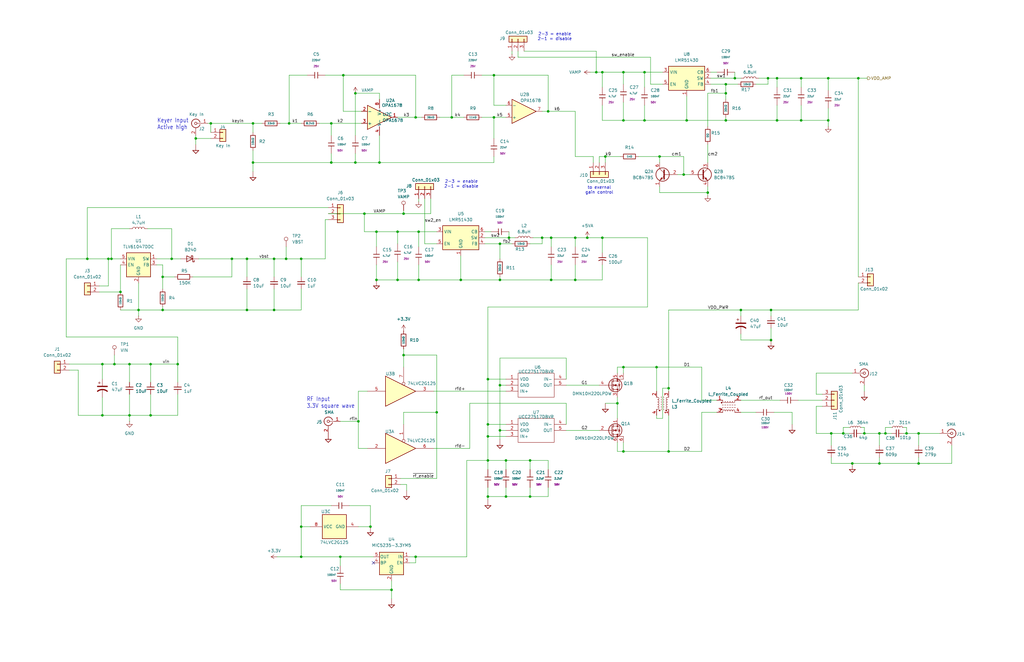
<source format=kicad_sch>
(kicad_sch (version 20250114) (generator "eeschema") (generator_version "9.0")
  (paper "B")
  (text "to exernal\ngain control" (at 252.73 80.264 0) (effects (font (size 1.27 1.27))))
  (text "RF Input\n3.3V square wave" (at 129.286 172.466 0) (effects (font (size 1.778 1.5113)) (justify left bottom)))
  (text "2-3 = enable\n2-1 = disable" (at 233.934 15.494 0) (effects (font (size 1.27 1.27))))
  (text "Keyer Input\nActive high" (at 66.294 54.864 0) (effects (font (size 1.778 1.5113)) (justify left bottom)))
  (text "2-3 = enable\n2-1 = disable" (at 194.564 77.724 0) (effects (font (size 1.27 1.27))))
  (junction (at 175.26 234.95))
  (junction (at 242.57 118.11))
  (junction (at 149.86 39.37))
  (junction (at 232.41 100.33))
  (junction (at 262.89 30.48))
  (junction (at 63.5 153.67))
  (junction (at 223.52 209.55))
  (junction (at 104.14 109.22))
  (junction (at 82.55 58.42))
  (junction (at 127 109.22))
  (junction (at 88.9 52.07))
  (junction (at 327.66 50.8))
  (junction (at 190.5 49.53))
  (junction (at 210.82 162.56))
  (junction (at 74.93 153.67))
  (junction (at 387.35 195.58))
  (junction (at 170.18 149.86))
  (junction (at 58.42 130.81))
  (junction (at 45.72 109.22))
  (junction (at 54.61 175.26))
  (junction (at 205.74 160.02))
  (junction (at 306.07 35.56))
  (junction (at 165.1 248.92))
  (junction (at 271.78 30.48))
  (junction (at 271.78 50.8))
  (junction (at 281.94 163.83))
  (junction (at 149.86 68.58))
  (junction (at 306.07 39.37))
  (junction (at 208.28 49.53))
  (junction (at 184.15 173.99))
  (junction (at 156.21 222.25))
  (junction (at 312.42 130.81))
  (junction (at 262.89 190.5))
  (junction (at 276.86 154.94))
  (junction (at 210.82 102.87))
  (junction (at 255.27 66.04))
  (junction (at 232.41 118.11))
  (junction (at 43.18 153.67))
  (junction (at 127 222.25))
  (junction (at 160.02 68.58))
  (junction (at 176.53 97.79))
  (junction (at 167.64 118.11))
  (junction (at 170.18 90.17))
  (junction (at 242.57 100.33))
  (junction (at 325.12 130.81))
  (junction (at 106.68 68.58))
  (junction (at 144.78 31.75))
  (junction (at 254 30.48))
  (junction (at 97.79 109.22))
  (junction (at 350.52 182.88))
  (junction (at 158.75 97.79))
  (junction (at 205.74 184.15))
  (junction (at 281.94 190.5))
  (junction (at 68.58 116.84))
  (junction (at 158.75 118.11))
  (junction (at 260.35 170.18))
  (junction (at 115.57 109.22))
  (junction (at 370.84 182.88))
  (junction (at 120.65 109.22))
  (junction (at 50.8 123.19))
  (junction (at 298.45 81.28))
  (junction (at 210.82 118.11))
  (junction (at 151.13 177.8))
  (junction (at 176.53 118.11))
  (junction (at 54.61 153.67))
  (junction (at 364.49 182.88))
  (junction (at 359.41 195.58))
  (junction (at 262.89 154.94))
  (junction (at 213.36 194.31))
  (junction (at 106.68 52.07))
  (junction (at 254 100.33))
  (junction (at 205.74 209.55))
  (junction (at 127 234.95))
  (junction (at 139.7 52.07))
  (junction (at 247.65 100.33))
  (junction (at 373.38 182.88))
  (junction (at 337.82 33.02))
  (junction (at 210.82 181.61))
  (junction (at 121.92 52.07))
  (junction (at 139.7 68.58))
  (junction (at 48.26 153.67))
  (junction (at 214.63 100.33))
  (junction (at 289.56 50.8))
  (junction (at 288.29 73.66))
  (junction (at 387.35 182.88))
  (junction (at 104.14 130.81))
  (junction (at 175.26 49.53))
  (junction (at 361.95 33.02))
  (junction (at 43.18 175.26))
  (junction (at 382.27 182.88))
  (junction (at 72.39 109.22))
  (junction (at 228.6 100.33))
  (junction (at 337.82 50.8))
  (junction (at 370.84 195.58))
  (junction (at 153.67 90.17))
  (junction (at 231.14 46.99))
  (junction (at 349.25 50.8))
  (junction (at 355.6 182.88))
  (junction (at 327.66 33.02))
  (junction (at 223.52 194.31))
  (junction (at 63.5 175.26))
  (junction (at 205.74 194.31))
  (junction (at 46.99 109.22))
  (junction (at 325.12 143.51))
  (junction (at 251.46 30.48))
  (junction (at 306.07 50.8))
  (junction (at 143.51 234.95))
  (junction (at 208.28 31.75))
  (junction (at 205.74 179.07))
  (junction (at 349.25 33.02))
  (junction (at 68.58 130.81))
  (junction (at 36.83 109.22))
  (junction (at 115.57 130.81))
  (junction (at 278.13 66.04))
  (junction (at 213.36 209.55))
  (junction (at 262.89 50.8))
  (junction (at 309.88 33.02))
  (junction (at 194.31 118.11))
  (junction (at 323.85 33.02))
  (junction (at 167.64 97.79))
  (no_connect (at 157.48 237.49))
  (wire (pts (xy 127 130.81) (xy 115.57 130.81)))
  (wire (pts (xy 248.92 30.48) (xy 251.46 30.48)))
  (wire (pts (xy 262.89 43.18) (xy 262.89 50.8)))
  (wire (pts (xy 167.64 97.79) (xy 176.53 97.79)))
  (wire (pts (xy 208.28 44.45) (xy 208.28 31.75)))
  (wire (pts (xy 359.41 195.58) (xy 370.84 195.58)))
  (wire (pts (xy 260.35 186.69) (xy 260.35 190.5)))
  (wire (pts (xy 228.6 100.33) (xy 232.41 100.33)))
  (wire (pts (xy 194.31 107.95) (xy 194.31 118.11)))
  (wire (pts (xy 48.26 149.86) (xy 48.26 153.67)))
  (wire (pts (xy 153.67 90.17) (xy 138.43 90.17)))
  (wire (pts (xy 210.82 118.11) (xy 232.41 118.11)))
  (wire (pts (xy 361.95 33.02) (xy 365.76 33.02)))
  (wire (pts (xy 337.82 50.8) (xy 349.25 50.8)))
  (wire (pts (xy 147.32 213.36) (xy 156.21 213.36)))
  (wire (pts (xy 213.36 194.31) (xy 205.74 194.31)))
  (wire (pts (xy 295.91 173.99) (xy 302.26 173.99)))
  (wire (pts (xy 139.7 52.07) (xy 152.4 52.07)))
  (wire (pts (xy 326.39 173.99) (xy 334.01 173.99)))
  (wire (pts (xy 306.07 50.8) (xy 327.66 50.8)))
  (wire (pts (xy 295.91 154.94) (xy 295.91 168.91)))
  (wire (pts (xy 175.26 237.49) (xy 175.26 234.95)))
  (wire (pts (xy 288.29 73.66) (xy 290.83 73.66)))
  (wire (pts (xy 278.13 78.74) (xy 278.13 81.28)))
  (wire (pts (xy 63.5 161.29) (xy 63.5 153.67)))
  (wire (pts (xy 50.8 130.81) (xy 58.42 130.81)))
  (wire (pts (xy 43.18 160.02) (xy 43.18 153.67)))
  (wire (pts (xy 154.94 189.23) (xy 151.13 189.23)))
  (wire (pts (xy 190.5 49.53) (xy 195.58 49.53)))
  (wire (pts (xy 195.58 31.75) (xy 190.5 31.75)))
  (wire (pts (xy 205.74 205.74) (xy 205.74 209.55)))
  (wire (pts (xy 213.36 194.31) (xy 223.52 194.31)))
  (wire (pts (xy 363.22 180.34) (xy 364.49 180.34)))
  (wire (pts (xy 224.79 100.33) (xy 228.6 100.33)))
  (wire (pts (xy 176.53 118.11) (xy 194.31 118.11)))
  (wire (pts (xy 373.38 182.88) (xy 375.92 182.88)))
  (wire (pts (xy 254 30.48) (xy 254 36.83)))
  (wire (pts (xy 350.52 193.04) (xy 350.52 195.58)))
  (wire (pts (xy 182.88 165.1) (xy 213.36 165.1)))
  (wire (pts (xy 149.86 64.77) (xy 149.86 68.58)))
  (wire (pts (xy 43.18 167.64) (xy 43.18 175.26)))
  (wire (pts (xy 327.66 33.02) (xy 327.66 36.83)))
  (wire (pts (xy 170.18 173.99) (xy 184.15 173.99)))
  (wire (pts (xy 137.16 109.22) (xy 127 109.22)))
  (wire (pts (xy 279.4 176.53) (xy 279.4 163.83)))
  (wire (pts (xy 143.51 248.92) (xy 165.1 248.92)))
  (wire (pts (xy 295.91 168.91) (xy 302.26 168.91)))
  (wire (pts (xy 204.47 97.79) (xy 207.01 97.79)))
  (wire (pts (xy 158.75 111.76) (xy 158.75 118.11)))
  (wire (pts (xy 387.35 195.58) (xy 370.84 195.58)))
  (wire (pts (xy 299.72 30.48) (xy 302.26 30.48)))
  (wire (pts (xy 238.76 151.13) (xy 210.82 151.13)))
  (wire (pts (xy 179.07 83.82) (xy 179.07 102.87)))
  (wire (pts (xy 312.42 130.81) (xy 312.42 133.35)))
  (wire (pts (xy 205.74 210.82) (xy 205.74 209.55)))
  (wire (pts (xy 213.36 194.31) (xy 213.36 198.12)))
  (wire (pts (xy 260.35 154.94) (xy 262.89 154.94)))
  (wire (pts (xy 46.99 109.22) (xy 46.99 96.52)))
  (wire (pts (xy 176.53 83.82) (xy 176.53 85.09)))
  (wire (pts (xy 337.82 33.02) (xy 349.25 33.02)))
  (wire (pts (xy 273.05 100.33) (xy 273.05 129.54)))
  (wire (pts (xy 247.65 100.33) (xy 254 100.33)))
  (wire (pts (xy 251.46 30.48) (xy 254 30.48)))
  (wire (pts (xy 120.65 109.22) (xy 115.57 109.22)))
  (wire (pts (xy 127 222.25) (xy 127 234.95)))
  (wire (pts (xy 203.2 49.53) (xy 208.28 49.53)))
  (wire (pts (xy 344.17 157.48) (xy 359.41 157.48)))
  (wire (pts (xy 260.35 154.94) (xy 260.35 157.48)))
  (wire (pts (xy 127 109.22) (xy 120.65 109.22)))
  (wire (pts (xy 231.14 31.75) (xy 208.28 31.75)))
  (wire (pts (xy 198.12 189.23) (xy 198.12 170.18)))
  (wire (pts (xy 320.04 33.02) (xy 323.85 33.02)))
  (wire (pts (xy 218.44 21.59) (xy 218.44 24.13)))
  (wire (pts (xy 104.14 121.92) (xy 104.14 130.81)))
  (wire (pts (xy 66.04 111.76) (xy 68.58 111.76)))
  (wire (pts (xy 364.49 182.88) (xy 370.84 182.88)))
  (wire (pts (xy 210.82 102.87) (xy 210.82 109.22)))
  (wire (pts (xy 72.39 109.22) (xy 72.39 96.52)))
  (wire (pts (xy 205.74 184.15) (xy 213.36 184.15)))
  (wire (pts (xy 205.74 209.55) (xy 213.36 209.55)))
  (wire (pts (xy 196.85 234.95) (xy 196.85 194.31)))
  (wire (pts (xy 104.14 130.81) (xy 68.58 130.81)))
  (wire (pts (xy 167.64 97.79) (xy 167.64 102.87)))
  (wire (pts (xy 208.28 31.75) (xy 203.2 31.75)))
  (wire (pts (xy 72.39 96.52) (xy 62.23 96.52)))
  (wire (pts (xy 271.78 50.8) (xy 289.56 50.8)))
  (wire (pts (xy 181.61 83.82) (xy 181.61 90.17)))
  (wire (pts (xy 33.02 156.21) (xy 33.02 175.26)))
  (wire (pts (xy 58.42 130.81) (xy 58.42 133.35)))
  (wire (pts (xy 127 116.84) (xy 127 109.22)))
  (wire (pts (xy 208.28 66.04) (xy 208.28 68.58)))
  (wire (pts (xy 254 118.11) (xy 254 111.76)))
  (wire (pts (xy 232.41 100.33) (xy 242.57 100.33)))
  (wire (pts (xy 160.02 57.15) (xy 160.02 68.58)))
  (wire (pts (xy 165.1 248.92) (xy 165.1 252.73)))
  (wire (pts (xy 251.46 21.59) (xy 251.46 30.48)))
  (wire (pts (xy 205.74 129.54) (xy 205.74 160.02)))
  (wire (pts (xy 68.58 121.92) (xy 68.58 116.84)))
  (wire (pts (xy 298.45 78.74) (xy 298.45 81.28)))
  (wire (pts (xy 344.17 166.37) (xy 344.17 157.48)))
  (wire (pts (xy 190.5 31.75) (xy 190.5 49.53)))
  (wire (pts (xy 281.94 130.81) (xy 281.94 163.83)))
  (wire (pts (xy 176.53 111.76) (xy 176.53 118.11)))
  (wire (pts (xy 213.36 44.45) (xy 208.28 44.45)))
  (wire (pts (xy 278.13 81.28) (xy 298.45 81.28)))
  (wire (pts (xy 179.07 102.87) (xy 184.15 102.87)))
  (wire (pts (xy 223.52 205.74) (xy 223.52 209.55)))
  (wire (pts (xy 242.57 118.11) (xy 254 118.11)))
  (wire (pts (xy 370.84 193.04) (xy 370.84 195.58)))
  (wire (pts (xy 184.15 173.99) (xy 184.15 201.93)))
  (wire (pts (xy 231.14 194.31) (xy 231.14 198.12)))
  (wire (pts (xy 165.1 245.11) (xy 165.1 248.92)))
  (wire (pts (xy 381 182.88) (xy 382.27 182.88)))
  (wire (pts (xy 323.85 33.02) (xy 323.85 35.56)))
  (wire (pts (xy 349.25 50.8) (xy 349.25 53.34)))
  (wire (pts (xy 210.82 102.87) (xy 215.9 102.87)))
  (wire (pts (xy 205.74 179.07) (xy 205.74 184.15)))
  (wire (pts (xy 66.04 109.22) (xy 72.39 109.22)))
  (wire (pts (xy 254 100.33) (xy 273.05 100.33)))
  (wire (pts (xy 130.81 222.25) (xy 127 222.25)))
  (wire (pts (xy 120.65 104.14) (xy 120.65 109.22)))
  (wire (pts (xy 274.32 35.56) (xy 274.32 24.13)))
  (wire (pts (xy 318.77 35.56) (xy 323.85 35.56)))
  (wire (pts (xy 127 121.92) (xy 127 130.81)))
  (wire (pts (xy 54.61 175.26) (xy 63.5 175.26)))
  (wire (pts (xy 45.72 120.65) (xy 45.72 109.22)))
  (wire (pts (xy 153.67 90.17) (xy 153.67 97.79)))
  (wire (pts (xy 289.56 40.64) (xy 289.56 50.8)))
  (wire (pts (xy 143.51 234.95) (xy 157.48 234.95)))
  (wire (pts (xy 254 30.48) (xy 262.89 30.48)))
  (wire (pts (xy 381 180.34) (xy 382.27 180.34)))
  (wire (pts (xy 231.14 205.74) (xy 231.14 209.55)))
  (wire (pts (xy 349.25 33.02) (xy 361.95 33.02)))
  (wire (pts (xy 184.15 149.86) (xy 184.15 173.99)))
  (wire (pts (xy 82.55 60.96) (xy 82.55 58.42)))
  (wire (pts (xy 170.18 149.86) (xy 170.18 154.94)))
  (wire (pts (xy 172.72 237.49) (xy 175.26 237.49)))
  (wire (pts (xy 106.68 68.58) (xy 139.7 68.58)))
  (wire (pts (xy 281.94 190.5) (xy 295.91 190.5)))
  (wire (pts (xy 355.6 182.88) (xy 358.14 182.88)))
  (wire (pts (xy 137.16 92.71) (xy 137.16 109.22)))
  (wire (pts (xy 364.49 162.56) (xy 364.49 165.1)))
  (wire (pts (xy 144.78 31.75) (xy 137.16 31.75)))
  (wire (pts (xy 271.78 44.45) (xy 271.78 50.8)))
  (wire (pts (xy 262.89 154.94) (xy 262.89 157.48)))
  (wire (pts (xy 182.88 189.23) (xy 198.12 189.23)))
  (wire (pts (xy 281.94 175.26) (xy 281.94 190.5)))
  (wire (pts (xy 387.35 193.04) (xy 387.35 195.58)))
  (wire (pts (xy 208.28 49.53) (xy 208.28 58.42)))
  (wire (pts (xy 298.45 81.28) (xy 298.45 82.55)))
  (wire (pts (xy 298.45 60.96) (xy 298.45 68.58)))
  (wire (pts (xy 370.84 182.88) (xy 370.84 187.96)))
  (wire (pts (xy 198.12 170.18) (xy 238.76 170.18)))
  (wire (pts (xy 127 234.95) (xy 143.51 234.95)))
  (wire (pts (xy 364.49 180.34) (xy 364.49 182.88)))
  (wire (pts (xy 387.35 182.88) (xy 387.35 187.96)))
  (wire (pts (xy 121.92 31.75) (xy 121.92 52.07)))
  (wire (pts (xy 215.9 21.59) (xy 215.9 22.86)))
  (wire (pts (xy 88.9 52.07) (xy 106.68 52.07)))
  (wire (pts (xy 210.82 116.84) (xy 210.82 118.11)))
  (wire (pts (xy 232.41 111.76) (xy 232.41 118.11)))
  (wire (pts (xy 306.07 39.37) (xy 306.07 41.91)))
  (wire (pts (xy 260.35 170.18) (xy 260.35 176.53)))
  (wire (pts (xy 149.86 68.58) (xy 139.7 68.58)))
  (wire (pts (xy 175.26 234.95) (xy 196.85 234.95)))
  (wire (pts (xy 127 213.36) (xy 127 222.25)))
  (wire (pts (xy 255.27 66.04) (xy 255.27 68.58)))
  (wire (pts (xy 349.25 33.02) (xy 349.25 38.1)))
  (wire (pts (xy 242.57 46.99) (xy 242.57 66.04)))
  (wire (pts (xy 260.35 190.5) (xy 262.89 190.5)))
  (wire (pts (xy 158.75 118.11) (xy 167.64 118.11)))
  (wire (pts (xy 153.67 97.79) (xy 158.75 97.79)))
  (wire (pts (xy 250.19 66.04) (xy 242.57 66.04)))
  (wire (pts (xy 74.93 175.26) (xy 63.5 175.26)))
  (wire (pts (xy 33.02 175.26) (xy 43.18 175.26)))
  (wire (pts (xy 242.57 111.76) (xy 242.57 118.11)))
  (wire (pts (xy 143.51 246.38) (xy 143.51 248.92)))
  (wire (pts (xy 327.66 50.8) (xy 337.82 50.8)))
  (wire (pts (xy 204.47 100.33) (xy 214.63 100.33)))
  (wire (pts (xy 171.45 207.01) (xy 171.45 204.47)))
  (wire (pts (xy 149.86 39.37) (xy 149.86 57.15)))
  (wire (pts (xy 344.17 171.45) (xy 344.17 182.88)))
  (wire (pts (xy 254 106.68) (xy 254 100.33)))
  (wire (pts (xy 151.13 189.23) (xy 151.13 177.8)))
  (wire (pts (xy 167.64 49.53) (xy 175.26 49.53)))
  (wire (pts (xy 375.92 180.34) (xy 373.38 180.34)))
  (wire (pts (xy 41.91 120.65) (xy 45.72 120.65)))
  (wire (pts (xy 138.43 87.63) (xy 36.83 87.63)))
  (wire (pts (xy 252.73 68.58) (xy 252.73 66.04)))
  (wire (pts (xy 54.61 166.37) (xy 54.61 175.26)))
  (wire (pts (xy 350.52 182.88) (xy 355.6 182.88)))
  (wire (pts (xy 48.26 153.67) (xy 54.61 153.67)))
  (wire (pts (xy 370.84 182.88) (xy 373.38 182.88)))
  (wire (pts (xy 204.47 102.87) (xy 210.82 102.87)))
  (wire (pts (xy 309.88 33.02) (xy 312.42 33.02)))
  (wire (pts (xy 29.21 153.67) (xy 43.18 153.67)))
  (wire (pts (xy 170.18 90.17) (xy 153.67 90.17)))
  (wire (pts (xy 118.11 52.07) (xy 121.92 52.07)))
  (wire (pts (xy 361.95 119.38) (xy 361.95 130.81)))
  (wire (pts (xy 309.88 30.48) (xy 309.88 33.02)))
  (wire (pts (xy 295.91 190.5) (xy 295.91 173.99)))
  (wire (pts (xy 158.75 97.79) (xy 167.64 97.79)))
  (wire (pts (xy 349.25 45.72) (xy 349.25 50.8)))
  (wire (pts (xy 170.18 179.07) (xy 170.18 173.99)))
  (wire (pts (xy 160.02 68.58) (xy 208.28 68.58)))
  (wire (pts (xy 115.57 130.81) (xy 104.14 130.81)))
  (wire (pts (xy 325.12 138.43) (xy 325.12 143.51)))
  (wire (pts (xy 185.42 49.53) (xy 190.5 49.53)))
  (wire (pts (xy 160.02 39.37) (xy 160.02 41.91)))
  (wire (pts (xy 327.66 33.02) (xy 337.82 33.02)))
  (wire (pts (xy 210.82 181.61) (xy 210.82 185.42)))
  (wire (pts (xy 387.35 182.88) (xy 396.24 182.88)))
  (wire (pts (xy 74.93 153.67) (xy 63.5 153.67)))
  (wire (pts (xy 401.32 195.58) (xy 387.35 195.58)))
  (wire (pts (xy 168.91 201.93) (xy 184.15 201.93)))
  (wire (pts (xy 138.43 92.71) (xy 137.16 92.71)))
  (wire (pts (xy 285.75 73.66) (xy 288.29 73.66)))
  (wire (pts (xy 350.52 187.96) (xy 350.52 182.88)))
  (wire (pts (xy 382.27 180.34) (xy 382.27 182.88)))
  (wire (pts (xy 260.35 167.64) (xy 260.35 170.18)))
  (wire (pts (xy 278.13 68.58) (xy 278.13 66.04)))
  (wire (pts (xy 289.56 50.8) (xy 306.07 50.8)))
  (wire (pts (xy 323.85 33.02) (xy 327.66 33.02)))
  (wire (pts (xy 214.63 100.33) (xy 217.17 100.33)))
  (wire (pts (xy 151.13 222.25) (xy 156.21 222.25)))
  (wire (pts (xy 262.89 186.69) (xy 262.89 190.5)))
  (wire (pts (xy 223.52 194.31) (xy 223.52 198.12)))
  (wire (pts (xy 72.39 109.22) (xy 76.2 109.22)))
  (wire (pts (xy 170.18 88.9) (xy 170.18 90.17)))
  (wire (pts (xy 213.36 205.74) (xy 213.36 209.55)))
  (wire (pts (xy 373.38 180.34) (xy 373.38 182.88)))
  (wire (pts (xy 363.22 182.88) (xy 364.49 182.88)))
  (wire (pts (xy 115.57 116.84) (xy 115.57 109.22)))
  (wire (pts (xy 143.51 234.95) (xy 143.51 238.76)))
  (wire (pts (xy 106.68 68.58) (xy 106.68 72.39)))
  (wire (pts (xy 361.95 130.81) (xy 325.12 130.81)))
  (wire (pts (xy 223.52 102.87) (xy 228.6 102.87)))
  (wire (pts (xy 205.74 198.12) (xy 205.74 194.31)))
  (wire (pts (xy 228.6 46.99) (xy 231.14 46.99)))
  (wire (pts (xy 223.52 209.55) (xy 231.14 209.55)))
  (wire (pts (xy 346.71 171.45) (xy 344.17 171.45)))
  (wire (pts (xy 97.79 109.22) (xy 104.14 109.22)))
  (wire (pts (xy 63.5 166.37) (xy 63.5 175.26)))
  (wire (pts (xy 134.62 52.07) (xy 139.7 52.07)))
  (wire (pts (xy 106.68 52.07) (xy 106.68 55.88)))
  (wire (pts (xy 346.71 166.37) (xy 344.17 166.37)))
  (wire (pts (xy 238.76 170.18) (xy 238.76 179.07)))
  (wire (pts (xy 218.44 24.13) (xy 274.32 24.13)))
  (wire (pts (xy 68.58 129.54) (xy 68.58 130.81)))
  (wire (pts (xy 213.36 162.56) (xy 210.82 162.56)))
  (wire (pts (xy 54.61 175.26) (xy 54.61 177.8)))
  (wire (pts (xy 262.89 30.48) (xy 262.89 35.56)))
  (wire (pts (xy 288.29 66.04) (xy 288.29 73.66)))
  (wire (pts (xy 262.89 154.94) (xy 276.86 154.94)))
  (wire (pts (xy 271.78 30.48) (xy 271.78 36.83)))
  (wire (pts (xy 46.99 96.52) (xy 54.61 96.52)))
  (wire (pts (xy 74.93 166.37) (xy 74.93 175.26)))
  (wire (pts (xy 170.18 147.32) (xy 170.18 149.86)))
  (wire (pts (xy 361.95 33.02) (xy 361.95 116.84)))
  (wire (pts (xy 312.42 168.91) (xy 328.93 168.91)))
  (wire (pts (xy 81.28 116.84) (xy 97.79 116.84)))
  (wire (pts (xy 106.68 63.5) (xy 106.68 68.58)))
  (wire (pts (xy 144.78 46.99) (xy 144.78 31.75)))
  (wire (pts (xy 210.82 162.56) (xy 210.82 181.61)))
  (wire (pts (xy 281.94 165.1) (xy 281.94 163.83)))
  (wire (pts (xy 172.72 234.95) (xy 175.26 234.95)))
  (wire (pts (xy 167.64 118.11) (xy 176.53 118.11)))
  (wire (pts (xy 306.07 35.56) (xy 311.15 35.56)))
  (wire (pts (xy 139.7 57.15) (xy 139.7 52.07)))
  (wire (pts (xy 276.86 154.94) (xy 295.91 154.94)))
  (wire (pts (xy 358.14 180.34) (xy 355.6 180.34)))
  (wire (pts (xy 382.27 182.88) (xy 387.35 182.88)))
  (wire (pts (xy 41.91 123.19) (xy 50.8 123.19)))
  (wire (pts (xy 151.13 177.8) (xy 151.13 165.1)))
  (wire (pts (xy 83.82 109.22) (xy 97.79 109.22)))
  (wire (pts (xy 36.83 87.63) (xy 36.83 109.22)))
  (wire (pts (xy 82.55 58.42) (xy 82.55 57.15)))
  (wire (pts (xy 232.41 100.33) (xy 232.41 104.14)))
  (wire (pts (xy 115.57 121.92) (xy 115.57 130.81)))
  (wire (pts (xy 254 44.45) (xy 254 50.8)))
  (wire (pts (xy 223.52 194.31) (xy 231.14 194.31)))
  (wire (pts (xy 184.15 97.79) (xy 176.53 97.79)))
  (wire (pts (xy 242.57 100.33) (xy 242.57 104.14)))
  (wire (pts (xy 220.98 21.59) (xy 251.46 21.59)))
  (wire (pts (xy 231.14 46.99) (xy 242.57 46.99)))
  (wire (pts (xy 27.94 109.22) (xy 36.83 109.22)))
  (wire (pts (xy 231.14 46.99) (xy 231.14 31.75)))
  (wire (pts (xy 210.82 151.13) (xy 210.82 162.56)))
  (wire (pts (xy 325.12 130.81) (xy 325.12 133.35)))
  (wire (pts (xy 344.17 182.88) (xy 350.52 182.88)))
  (wire (pts (xy 299.72 33.02) (xy 309.88 33.02)))
  (wire (pts (xy 350.52 195.58) (xy 359.41 195.58)))
  (wire (pts (xy 255.27 66.04) (xy 261.62 66.04)))
  (wire (pts (xy 176.53 97.79) (xy 176.53 104.14)))
  (wire (pts (xy 262.89 30.48) (xy 271.78 30.48)))
  (wire (pts (xy 152.4 46.99) (xy 144.78 46.99)))
  (wire (pts (xy 175.26 49.53) (xy 177.8 49.53)))
  (wire (pts (xy 337.82 33.02) (xy 337.82 36.83)))
  (wire (pts (xy 104.14 116.84) (xy 104.14 109.22)))
  (wire (pts (xy 299.72 35.56) (xy 306.07 35.56)))
  (wire (pts (xy 58.42 119.38) (xy 58.42 130.81)))
  (wire (pts (xy 208.28 49.53) (xy 213.36 49.53)))
  (wire (pts (xy 262.89 190.5) (xy 281.94 190.5)))
  (wire (pts (xy 88.9 52.07) (xy 88.9 55.88)))
  (wire (pts (xy 149.86 68.58) (xy 160.02 68.58)))
  (wire (pts (xy 158.75 97.79) (xy 158.75 104.14)))
  (wire (pts (xy 116.84 234.95) (xy 127 234.95)))
  (wire (pts (xy 170.18 149.86) (xy 184.15 149.86)))
  (wire (pts (xy 29.21 156.21) (xy 33.02 156.21)))
  (wire (pts (xy 210.82 181.61) (xy 213.36 181.61)))
  (wire (pts (xy 194.31 118.11) (xy 210.82 118.11)))
  (wire (pts (xy 181.61 90.17) (xy 170.18 90.17)))
  (wire (pts (xy 279.4 30.48) (xy 271.78 30.48)))
  (wire (pts (xy 175.26 49.53) (xy 175.26 31.75)))
  (wire (pts (xy 167.64 110.49) (xy 167.64 118.11)))
  (wire (pts (xy 115.57 109.22) (xy 104.14 109.22)))
  (wire (pts (xy 74.93 161.29) (xy 74.93 153.67)))
  (wire (pts (xy 252.73 66.04) (xy 255.27 66.04)))
  (wire (pts (xy 139.7 64.77) (xy 139.7 68.58)))
  (wire (pts (xy 337.82 44.45) (xy 337.82 50.8)))
  (wire (pts (xy 274.32 35.56) (xy 279.4 35.56)))
  (wire (pts (xy 254 50.8) (xy 262.89 50.8)))
  (wire (pts (xy 129.54 31.75) (xy 121.92 31.75)))
  (wire (pts (xy 325.12 130.81) (xy 312.42 130.81)))
  (wire (pts (xy 54.61 161.29) (xy 54.61 153.67)))
  (wire (pts (xy 238.76 151.13) (xy 238.76 160.02)))
  (wire (pts (xy 43.18 175.26) (xy 54.61 175.26)))
  (wire (pts (xy 278.13 66.04) (xy 288.29 66.04)))
  (wire (pts (xy 68.58 111.76) (xy 68.58 116.84)))
  (wire (pts (xy 279.4 163.83) (xy 281.94 163.83)))
  (wire (pts (xy 87.63 52.07) (xy 88.9 52.07)))
  (wire (pts (xy 269.24 66.04) (xy 278.13 66.04)))
  (wire (pts (xy 401.32 187.96) (xy 401.32 195.58)))
  (wire (pts (xy 205.74 184.15) (xy 205.74 194.31)))
  (wire (pts (xy 298.45 39.37) (xy 306.07 39.37)))
  (wire (pts (xy 255.27 170.18) (xy 260.35 170.18)))
  (wire (pts (xy 312.42 130.81) (xy 281.94 130.81)))
  (wire (pts (xy 298.45 53.34) (xy 298.45 39.37)))
  (wire (pts (xy 312.42 173.99) (xy 318.77 173.99)))
  (wire (pts (xy 306.07 35.56) (xy 306.07 39.37)))
  (wire (pts (xy 68.58 130.81) (xy 58.42 130.81)))
  (wire (pts (xy 175.26 31.75) (xy 144.78 31.75)))
  (wire (pts (xy 143.51 177.8) (xy 151.13 177.8)))
  (wire (pts (xy 82.55 58.42) (xy 88.9 58.42)))
  (wire (pts (xy 43.18 153.67) (xy 48.26 153.67)))
  (wire (pts (xy 214.63 97.79) (xy 214.63 100.33)))
  (wire (pts (xy 355.6 180.34) (xy 355.6 182.88)))
  (wire (pts (xy 238.76 181.61) (xy 252.73 181.61)))
  (wire (pts (xy 228.6 100.33) (xy 228.6 102.87)))
  (wire (pts (xy 121.92 52.07) (xy 127 52.07)))
  (wire (pts (xy 334.01 173.99) (xy 334.01 179.07)))
  (wire (pts (xy 27.94 109.22) (xy 27.94 142.24)))
  (wire (pts (xy 156.21 213.36) (xy 156.21 222.25)))
  (wire (pts (xy 205.74 160.02) (xy 213.36 160.02)))
  (wire (pts (xy 106.68 52.07) (xy 110.49 52.07)))
  (wire (pts (xy 273.05 129.54) (xy 205.74 129.54)))
  (wire (pts (xy 97.79 109.22) (xy 97.79 116.84)))
  (wire (pts (xy 312.42 143.51) (xy 325.12 143.51)))
  (wire (pts (xy 74.93 142.24) (xy 74.93 153.67)))
  (wire (pts (xy 276.86 175.26) (xy 276.86 176.53)))
  (wire (pts (xy 27.94 142.24) (xy 74.93 142.24)))
  (wire (pts (xy 205.74 179.07) (xy 213.36 179.07)))
  (wire (pts (xy 232.41 118.11) (xy 242.57 118.11)))
  (wire (pts (xy 242.57 100.33) (xy 247.65 100.33)))
  (wire (pts (xy 238.76 162.56) (xy 252.73 162.56)))
  (wire (pts (xy 327.66 44.45) (xy 327.66 50.8)))
  (wire (pts (xy 45.72 109.22) (xy 46.99 109.22)))
  (wire (pts (xy 54.61 153.67) (xy 63.5 153.67)))
  (wire (pts (xy 36.83 109.22) (xy 45.72 109.22)))
  (wire (pts (xy 139.7 213.36) (xy 127 213.36)))
  (wire (pts (xy 306.07 49.53) (xy 306.07 50.8)))
  (wire (pts (xy 168.91 204.47) (xy 171.45 204.47)))
  (wire (pts (xy 68.58 116.84) (xy 73.66 116.84)))
  (wire (pts (xy 276.86 154.94) (xy 276.86 165.1)))
  (wire (pts (xy 213.36 209.55) (xy 223.52 209.55)))
  (wire (pts (xy 250.19 68.58) (xy 250.19 66.04)))
  (wire (pts (xy 151.13 165.1) (xy 154.94 165.1)))
  (wire (pts (xy 312.42 140.97) (xy 312.42 143.51)))
  (wire (pts (xy 276.86 176.53) (xy 279.4 176.53)))
  (wire (pts (xy 262.89 50.8) (xy 271.78 50.8)))
  (wire (pts (xy 196.85 194.31) (xy 205.74 194.31)))
  (wire (pts (xy 205.74 179.07) (xy 205.74 160.02)))
  (wire (pts (xy 50.8 109.22) (xy 46.99 109.22)))
  (wire (pts (xy 50.8 123.19) (xy 50.8 111.76)))
  (wire (pts (xy 336.55 168.91) (xy 346.71 168.91)))
  (wire (pts (xy 149.86 39.37) (xy 160.02 39.37)))
  (label "rf_out" (at 320.04 168.91 0))
  (label "cm2" (at 298.45 66.04 0))
  (label "rfin" (at 147.32 177.8 0))
  (label "VAMP" (at 157.48 90.17 0))
  (label "k3" (at 170.18 49.53 0))
  (label "sw_enable" (at 257.81 24.13 0))
  (label "rfd-" (at 191.77 189.23 0))
  (label "sw2_en" (at 179.07 93.98 0))
  (label "G2" (at 245.11 181.61 0))
  (label "k2" (at 142.24 52.07 0))
  (label "k9" (at 255.27 66.04 0))
  (label "sw2" (at 207.01 100.33 0))
  (label "vin" (at 68.58 153.67 0))
  (label "fb2" (at 212.09 102.87 0))
  (label "G1" (at 245.11 162.56 0))
  (label "keyIn" (at 97.79 52.07 0))
  (label "cm1" (at 283.21 66.04 0))
  (label "k5" (at 209.55 49.53 0))
  (label "D1" (at 288.29 154.94 0))
  (label "VDD_PWR" (at 298.45 130.81 0))
  (label "sw1" (at 302.26 33.02 0))
  (label "~{rf_enable}" (at 173.99 201.93 0))
  (label "k4" (at 191.77 49.53 0))
  (label "D2" (at 288.29 190.5 0))
  (label "k6" (at 233.68 46.99 0))
  (label "fb1" (at 299.72 39.37 0))
  (label "rfd+" (at 191.77 165.1 0))
  (label "vbst" (at 109.22 109.22 0))
  (label "k1" (at 123.19 52.07 0))
  (hierarchical_label "VDD_AMP" (shape output) (at 365.76 33.02 0))
  (symbol (lib_id "Device:L_Small") (at 378.46 180.34 90) (unit 1) (in_bom no)
    (property "Reference" "L7" (at 375.92 178.308 90))
    (property "Value" "311n" (at 381.508 178.308 90))
    (property "Footprint" "Inductor_THT:L_Toroid_Horizontal_D12.7mm_P20.00mm_Diameter14-5mm_Amidon-T50" (effects (hide yes)))
    (property "Description" "Inductor, small symbol" (effects (hide yes)))
  )
  (symbol (lib_id "Device:L_Small") (at 360.68 180.34 90) (unit 1) (in_bom no)
    (property "Reference" "L6" (at 358.648 178.308 90))
    (property "Value" "364n" (at 363.728 178.308 90))
    (property "Footprint" "Inductor_THT:L_Toroid_Horizontal_D12.7mm_P20.00mm_Diameter14-5mm_Amidon-T50" (effects (hide yes)))
    (property "Description" "Inductor, small symbol" (effects (hide yes)))
  )
  (symbol (lib_id "power:GND") (at 215.9 22.86 0) (unit 1)
    (property "Reference" "#PWR07" (effects (hide yes)))
    (property "Value" "GND" (effects (hide yes)))
    (property "Description" "Power symbol creates a global label with name \"GND\" , ground" (effects (hide yes)))
  )
  (symbol (lib_id "Device:C_Polarized_US") (at 312.42 137.16 0) (unit 1)
    (property "Reference" "C40" (at 316.23 135.2549 0) (effects (justify left)))
    (property "Value" "47uF" (at 316.23 137.7949 0) (effects (justify left)))
    (property "Footprint" "Capacitor_SMD:CP_Elec_6.3x5.8" (effects (hide yes)))
    (property "Description" "Polarized capacitor, US symbol" (effects (hide yes)))
    (property "MouserPN" "667-EEE-FK1V470P" (effects (hide yes)))
    (property "JLCPCB" "C59919" (effects (hide yes)))
    (property "LCSC" "C336786" (effects (hide yes)))
  )
  (symbol (lib_id "Device:R") (at 77.47 116.84 90) (unit 1)
    (property "Reference" "R5" (at 77.724 114.3 90))
    (property "Value" "150K" (at 77.978 119.38 90))
    (property "Footprint" "PCM_JLCPCB:R_0603" (effects (hide yes)))
    (property "Description" "Resistor" (effects (hide yes)))
    (property "JLCPCB" "C22807" (effects (hide yes)))
    (property "LCSC" "C22807" (effects (hide yes)))
  )
  (symbol (lib_id "Device:C_Small") (at 63.5 163.83 0) (unit 1)
    (property "Reference" "C3" (at 66.04 162.5662 0) (effects (justify left)))
    (property "Value" "10uF" (at 66.04 165.1062 0) (effects (justify left)))
    (property "Footprint" "PCM_JLCPCB:C_1206" (effects (hide yes)))
    (property "Description" "Unpolarized capacitor, small symbol" (effects (hide yes)))
    (property "MouserPN" "810-CGA5L1X7R1H106K1" (effects (hide yes)))
    (property "JLCPCB" "C13585" (effects (hide yes)))
    (property "LCSC" "C13585" (effects (hide yes)))
  )
  (symbol (lib_id "PCM_JLCPCB-Capacitors:0603,220nF") (at 133.35 31.75 90) (unit 1)
    (property "Reference" "C5" (at 133.35 22.86 90))
    (property "Value" "220nF" (at 133.35 25.4 90) (effects (font (size 0.8 0.8))))
    (property "Footprint" "PCM_JLCPCB:C_0603" (effects (hide yes)))
    (property "Datasheet" "https://www.lcsc.com/datasheet/lcsc_datasheet_2304140030_Samsung-Electro-Mechanics-CL10B224KA8NNNC_C21120.pdf" (effects (hide yes)))
    (property "Description" "25V 220nF X7R ±10% 0603 Multilayer Ceramic Capacitors MLCC - SMD/SMT ROHS" (effects (hide yes)))
    (property "LCSC" "C21120" (effects (hide yes)))
    (property "Stock" "781839" (effects (hide yes)))
    (property "Price" "0.009USD" (effects (hide yes)))
    (property "Process" "SMT" (effects (hide yes)))
    (property "Minimum Qty" "20" (effects (hide yes)))
    (property "Attrition Qty" "10" (effects (hide yes)))
    (property "Class" "Basic Component" (effects (hide yes)))
    (property "Category" "Capacitors,Multilayer Ceramic Capacitors MLCC - SMD/SMT" (effects (hide yes)))
    (property "Manufacturer" "Samsung Electro-Mechanics" (effects (hide yes)))
    (property "Part" "CL10B224KA8NNNC" (effects (hide yes)))
    (property "Voltage Rated" "25V" (at 133.35 27.94 90) (effects (font (size 0.8 0.8))))
    (property "Tolerance" "±10%" (effects (hide yes)))
    (property "Capacitance" "220nF" (effects (hide yes)))
    (property "Temperature Coefficient" "X7R" (effects (hide yes)))
  )
  (symbol (lib_id "PCM_JLCPCB-Resistors:0603,30kΩ") (at 210.82 113.03 0) (unit 1)
    (property "Reference" "R11" (at 213.36 113.0299 0) (effects (justify left)))
    (property "Value" "30kΩ" (at 210.82 113.03 90) (effects (font (size 0.8 0.8))))
    (property "Footprint" "PCM_JLCPCB:R_0603" (effects (hide yes)))
    (property "Datasheet" "https://www.lcsc.com/datasheet/lcsc_datasheet_2206010116_UNI-ROYAL-Uniroyal-Elec-0603WAF3002T5E_C22984.pdf" (effects (hide yes)))
    (property "Description" "100mW Thick Film Resistors 75V ±100ppm/°C ±1% 30kΩ 0603 Chip Resistor - Surface Mount ROHS" (effects (hide yes)))
    (property "LCSC" "C22984" (effects (hide yes)))
    (property "Stock" "753239" (effects (hide yes)))
    (property "Price" "0.004USD" (effects (hide yes)))
    (property "Process" "SMT" (effects (hide yes)))
    (property "Minimum Qty" "20" (effects (hide yes)))
    (property "Attrition Qty" "10" (effects (hide yes)))
    (property "Class" "Basic Component" (effects (hide yes)))
    (property "Category" "Resistors,Chip Resistor - Surface Mount" (effects (hide yes)))
    (property "Manufacturer" "UNI-ROYAL(Uniroyal Elec)" (effects (hide yes)))
    (property "Part" "0603WAF3002T5E" (effects (hide yes)))
    (property "Resistance" "30kΩ" (effects (hide yes)))
    (property "Power(Watts)" "100mW" (effects (hide yes)))
    (property "Type" "Thick Film Resistors" (effects (hide yes)))
    (property "Overload Voltage (Max)" "75V" (effects (hide yes)))
    (property "Operating Temperature Range" "-55°C~+155°C" (effects (hide yes)))
    (property "Tolerance" "±1%" (effects (hide yes)))
    (property "Temperature Coefficient" "±100ppm/°C" (effects (hide yes)))
  )
  (symbol (lib_id "SamacSys_Parts:UCC27517DBVR") (at 213.36 160.02 0) (unit 1)
    (property "Reference" "U6" (at 226.695 154.94 0))
    (property "Value" "UCC27517DBVR" (at 226.06 156.845 0))
    (property "Footprint" "Package_TO_SOT_SMD:SOT-23-5_HandSoldering" (effects (hide yes)))
    (property "Datasheet" "http://www.ti.com/lit/gpn/ucc27517" (effects (hide yes)))
    (property "Description" "4A/4A Single Channel High-speed Low-side Gate Driver" (effects (hide yes)))
    (property "Height" "1.45" (effects (hide yes)))
    (property "Mouser Part Number" "595-UCC27517DBVR" (effects (hide yes)))
    (property "Mouser Price/Stock" "https://www.mouser.co.uk/ProductDetail/Texas-Instruments/UCC27517DBVR?qs=Brs2XCuyt3cZR2K0W764eA%3D%3D" (effects (hide yes)))
    (property "Manufacturer_Name" "Texas Instruments" (effects (hide yes)))
    (property "Manufacturer_Part_Number" "UCC27517DBVR" (effects (hide yes)))
    (property "MouserPN" "595-UCC27517DBVR" (effects (hide yes)))
    (property "LCSC" "C99395" (effects (hide yes)))
  )
  (symbol (lib_id "Device:L") (at 220.98 100.33 90) (unit 1) (in_bom no)
    (property "Reference" "L2" (at 220.98 95.25 90))
    (property "Value" "6.8uH" (at 220.98 97.79 90))
    (property "Footprint" "Inductor_THT:L_Toroid_Horizontal_D9.5mm_P15.00mm_Diameter10-5mm_Amidon-T37" (effects (hide yes)))
    (property "Datasheet" "https://www.we-online.com/components/products/datasheet/7447714068.pdf" (effects (hide yes)))
    (property "Description" "Inductor" (effects (hide yes)))
    (property "MouserPN" "710-7447714068" (effects (hide yes)))
  )
  (symbol (lib_id "Connector_Generic:Conn_01x02") (at 163.83 201.93 0) (mirror y) (unit 1) (in_bom no)
    (property "Reference" "J7" (at 163.576 198.882 0))
    (property "Value" "Conn_01x02" (at 162.306 207.01 0))
    (property "Footprint" "Connector_PinHeader_2.54mm:PinHeader_1x02_P2.54mm_Vertical" (effects (hide yes)))
    (property "Description" "Generic connector, single row, 01x02, script generated (kicad-library-utils/schlib/autogen/connector/)" (effects (hide yes)))
  )
  (symbol (lib_id "Diode:B240") (at 80.01 109.22 180) (unit 1)
    (property "Reference" "D1" (at 80.3275 102.87 0))
    (property "Value" "B240" (at 80.3275 105.41 0))
    (property "Footprint" "Diode_SMD:D_SMB" (effects (hide yes)))
    (property "Datasheet" "http://www.jameco.com/Jameco/Products/ProdDS/1538777.pdf" (effects (hide yes)))
    (property "Description" "40V 2A Schottky Barrier Rectifier Diode, SMB" (effects (hide yes)))
    (property "MouserPN" "625-B240A-E3" (effects (hide yes)))
    (property "JLCPCB" "C2999373" (effects (hide yes)))
    (property "LCSC" "C6807776" (effects (hide yes)))
  )
  (symbol (lib_id "PCM_JLCPCB-Capacitors:0805,22uF") (at 327.66 40.64 0) (unit 1)
    (property "Reference" "C31" (at 330.2 38.0999 0) (effects (justify left)))
    (property "Value" "22uF" (at 330.2 40.64 0) (effects (font (size 0.8 0.8)) (justify left)))
    (property "Footprint" "PCM_JLCPCB:C_0805" (effects (hide yes)))
    (property "Datasheet" "https://www.lcsc.com/datasheet/lcsc_datasheet_2304140030_Samsung-Electro-Mechanics-CL21A226MAQNNNE_C45783.pdf" (effects (hide yes)))
    (property "Description" "25V 22uF X5R ±20% 0805 Multilayer Ceramic Capacitors MLCC - SMD/SMT ROHS" (effects (hide yes)))
    (property "LCSC" "C45783" (effects (hide yes)))
    (property "Stock" "6479946" (effects (hide yes)))
    (property "Price" "0.027USD" (effects (hide yes)))
    (property "Process" "SMT" (effects (hide yes)))
    (property "Minimum Qty" "20" (effects (hide yes)))
    (property "Attrition Qty" "8" (effects (hide yes)))
    (property "Class" "Basic Component" (effects (hide yes)))
    (property "Category" "Capacitors,Multilayer Ceramic Capacitors MLCC - SMD/SMT" (effects (hide yes)))
    (property "Manufacturer" "Samsung Electro-Mechanics" (effects (hide yes)))
    (property "Part" "CL21A226MAQNNNE" (effects (hide yes)))
    (property "Voltage Rated" "25V" (at 330.2 43.18 0) (effects (font (size 0.8 0.8)) (justify left)))
    (property "Tolerance" "±20%" (effects (hide yes)))
    (property "Capacitance" "22uF" (effects (hide yes)))
    (property "Temperature Coefficient" "X5R" (effects (hide yes)))
  )
  (symbol (lib_id "Device:C_Small") (at 115.57 119.38 0) (unit 1)
    (property "Reference" "C9" (at 118.11 118.1162 0) (effects (justify left)))
    (property "Value" "10uF" (at 118.11 120.6562 0) (effects (justify left)))
    (property "Footprint" "PCM_JLCPCB:C_1206" (effects (hide yes)))
    (property "Description" "Unpolarized capacitor, small symbol" (effects (hide yes)))
    (property "MouserPN" "810-CGA5L1X7R1H106K1" (effects (hide yes)))
    (property "JLCPCB" "C13585" (effects (hide yes)))
    (property "LCSC" "C13585" (effects (hide yes)))
  )
  (symbol (lib_id "powerAmp_RevB-eagle-import:GND") (at 325.12 146.05 0) (unit 1)
    (property "Reference" "#SUPPLY014" (effects (hide yes)))
    (property "Value" "GND" (effects (hide yes)))
    (property "Footprint" "powerAmp_RevB:" (effects (hide yes)))
  )
  (symbol (lib_id "PCM_JLCPCB-Capacitors:0603,100nF") (at 271.78 40.64 0) (unit 1)
    (property "Reference" "C28" (at 274.32 38.0999 0) (effects (justify left)))
    (property "Value" "100nF" (at 274.32 40.64 0) (effects (font (size 0.8 0.8)) (justify left)))
    (property "Footprint" "PCM_JLCPCB:C_0603" (effects (hide yes)))
    (property "Datasheet" "https://www.lcsc.com/datasheet/lcsc_datasheet_2211101700_YAGEO-CC0603KRX7R9BB104_C14663.pdf" (effects (hide yes)))
    (property "Description" "50V 100nF X7R ±10% 0603 Multilayer Ceramic Capacitors MLCC - SMD/SMT ROHS" (effects (hide yes)))
    (property "LCSC" "C14663" (effects (hide yes)))
    (property "Stock" "70324515" (effects (hide yes)))
    (property "Price" "0.006USD" (effects (hide yes)))
    (property "Process" "SMT" (effects (hide yes)))
    (property "Minimum Qty" "20" (effects (hide yes)))
    (property "Attrition Qty" "10" (effects (hide yes)))
    (property "Class" "Basic Component" (effects (hide yes)))
    (property "Category" "Capacitors,Multilayer Ceramic Capacitors MLCC - SMD/SMT" (effects (hide yes)))
    (property "Manufacturer" "YAGEO" (effects (hide yes)))
    (property "Part" "CC0603KRX7R9BB104" (effects (hide yes)))
    (property "Voltage Rated" "50V" (at 274.32 43.18 0) (effects (font (size 0.8 0.8)) (justify left)))
    (property "Tolerance" "±10%" (effects (hide yes)))
    (property "Capacitance" "100nF" (effects (hide yes)))
    (property "Temperature Coefficient" "X7R" (effects (hide yes)))
  )
  (symbol (lib_id "PCM_JLCPCB-Capacitors:0603,100nF") (at 210.82 97.79 90) (unit 1)
    (property "Reference" "C19" (at 210.82 88.9 90))
    (property "Value" "100nF" (at 210.82 91.44 90) (effects (font (size 0.8 0.8))))
    (property "Footprint" "PCM_JLCPCB:C_0603" (effects (hide yes)))
    (property "Datasheet" "https://www.lcsc.com/datasheet/lcsc_datasheet_2211101700_YAGEO-CC0603KRX7R9BB104_C14663.pdf" (effects (hide yes)))
    (property "Description" "50V 100nF X7R ±10% 0603 Multilayer Ceramic Capacitors MLCC - SMD/SMT ROHS" (effects (hide yes)))
    (property "LCSC" "C14663" (effects (hide yes)))
    (property "Stock" "70324515" (effects (hide yes)))
    (property "Price" "0.006USD" (effects (hide yes)))
    (property "Process" "SMT" (effects (hide yes)))
    (property "Minimum Qty" "20" (effects (hide yes)))
    (property "Attrition Qty" "10" (effects (hide yes)))
    (property "Class" "Basic Component" (effects (hide yes)))
    (property "Category" "Capacitors,Multilayer Ceramic Capacitors MLCC - SMD/SMT" (effects (hide yes)))
    (property "Manufacturer" "YAGEO" (effects (hide yes)))
    (property "Part" "CC0603KRX7R9BB104" (effects (hide yes)))
    (property "Voltage Rated" "50V" (at 210.82 93.98 90) (effects (font (size 0.8 0.8))))
    (property "Tolerance" "±10%" (effects (hide yes)))
    (property "Capacitance" "100nF" (effects (hide yes)))
    (property "Temperature Coefficient" "X7R" (effects (hide yes)))
  )
  (symbol (lib_id "PCM_JLCPCB-Capacitors:0805,4.7uF") (at 167.64 106.68 0) (unit 1)
    (property "Reference" "C16" (at 170.18 104.1399 0) (effects (justify left)))
    (property "Value" "4.7uF" (at 170.18 106.68 0) (effects (font (size 0.8 0.8)) (justify left)))
    (property "Footprint" "PCM_JLCPCB:C_0805" (effects (hide yes)))
    (property "Datasheet" "https://www.lcsc.com/datasheet/lcsc_datasheet_2304140030_Samsung-Electro-Mechanics-CL21A475KAQNNNE_C1779.pdf" (effects (hide yes)))
    (property "Description" "25V 4.7uF X5R ±10% 0805 Multilayer Ceramic Capacitors MLCC - SMD/SMT ROHS" (effects (hide yes)))
    (property "LCSC" "C1779" (effects (hide yes)))
    (property "Stock" "1824431" (effects (hide yes)))
    (property "Price" "0.015USD" (effects (hide yes)))
    (property "Process" "SMT" (effects (hide yes)))
    (property "Minimum Qty" "20" (effects (hide yes)))
    (property "Attrition Qty" "10" (effects (hide yes)))
    (property "Class" "Basic Component" (effects (hide yes)))
    (property "Category" "Capacitors,Multilayer Ceramic Capacitors MLCC - SMD/SMT" (effects (hide yes)))
    (property "Manufacturer" "Samsung Electro-Mechanics" (effects (hide yes)))
    (property "Part" "CL21A475KAQNNNE" (effects (hide yes)))
    (property "Voltage Rated" "25V" (at 170.18 109.22 0) (effects (font (size 0.8 0.8)) (justify left)))
    (property "Tolerance" "±10%" (effects (hide yes)))
    (property "Capacitance" "4.7uF" (effects (hide yes)))
    (property "Temperature Coefficient" "X5R" (effects (hide yes)))
  )
  (symbol (lib_id "Device:C_Small") (at 325.12 135.89 0) (unit 1)
    (property "Reference" "C41" (at 327.66 134.6262 0) (effects (justify left)))
    (property "Value" "10uF" (at 327.66 137.1662 0) (effects (justify left)))
    (property "Footprint" "PCM_JLCPCB:C_1206" (effects (hide yes)))
    (property "Description" "Unpolarized capacitor, small symbol" (effects (hide yes)))
    (property "MouserPN" "810-CGA5L1X7R1H106K1" (effects (hide yes)))
    (property "JLCPCB" "C13585" (effects (hide yes)))
    (property "LCSC" "C13585" (effects (hide yes)))
  )
  (symbol (lib_id "Device:C_Small") (at 350.52 190.5 0) (unit 1) (in_bom no)
    (property "Reference" "C35" (at 353.06 189.2362 0) (effects (justify left)))
    (property "Value" "314p" (at 353.06 191.7762 0) (effects (justify left)))
    (property "Footprint" "Capacitor_SMD:C_1206_3216Metric_Pad1.33x1.80mm_HandSolder" (effects (hide yes)))
    (property "Description" "Unpolarized capacitor, small symbol" (effects (hide yes)))
  )
  (symbol (lib_id "PCM_JLCPCB-Resistors:0603,11kΩ") (at 199.39 49.53 90) (unit 1)
    (property "Reference" "R9" (at 199.39 45.72 90))
    (property "Value" "11kΩ" (at 199.39 49.53 90) (effects (font (size 0.8 0.8))))
    (property "Footprint" "PCM_JLCPCB:R_0603" (effects (hide yes)))
    (property "Datasheet" "https://www.lcsc.com/datasheet/lcsc_datasheet_2206010045_UNI-ROYAL-Uniroyal-Elec-0603WAF1102T5E_C25950.pdf" (effects (hide yes)))
    (property "Description" "100mW Thick Film Resistors 75V ±100ppm/°C ±1% 11kΩ 0603 Chip Resistor - Surface Mount ROHS" (effects (hide yes)))
    (property "LCSC" "C25950" (effects (hide yes)))
    (property "Stock" "332012" (effects (hide yes)))
    (property "Price" "0.004USD" (effects (hide yes)))
    (property "Process" "SMT" (effects (hide yes)))
    (property "Minimum Qty" "20" (effects (hide yes)))
    (property "Attrition Qty" "10" (effects (hide yes)))
    (property "Class" "Preferred Component" (effects (hide yes)))
    (property "Category" "Resistors,Chip Resistor - Surface Mount" (effects (hide yes)))
    (property "Manufacturer" "UNI-ROYAL(Uniroyal Elec)" (effects (hide yes)))
    (property "Part" "0603WAF1102T5E" (effects (hide yes)))
    (property "Resistance" "11kΩ" (effects (hide yes)))
    (property "Power(Watts)" "100mW" (effects (hide yes)))
    (property "Type" "Thick Film Resistors" (effects (hide yes)))
    (property "Overload Voltage (Max)" "75V" (effects (hide yes)))
    (property "Operating Temperature Range" "-55°C~+155°C" (effects (hide yes)))
    (property "Tolerance" "±1%" (effects (hide yes)))
    (property "Temperature Coefficient" "±100ppm/°C" (effects (hide yes)))
  )
  (symbol (lib_id "Regulator_Switching:LMR51430") (at 194.31 100.33 0) (unit 1)
    (property "Reference" "U5" (at 194.31 90.17 0))
    (property "Value" "LMR51430" (at 194.31 92.71 0))
    (property "Footprint" "Package_TO_SOT_SMD:SOT-23-6" (effects (hide yes)))
    (property "Datasheet" "https://www.ti.com/lit/ds/symlink/lmr51430.pdf" (effects (hide yes)))
    (property "Description" "4.5-V to 36-V, 3-A synchronous buck converter with 40-µA IQ, SOT-23-6" (effects (hide yes)))
    (property "LCSC" "C5185863" (effects (hide yes)))
  )
  (symbol (lib_id "Amplifier_Operational:OPA1678") (at 220.98 46.99 0) (mirror x) (unit 2)
    (property "Reference" "U2" (at 221.234 39.878 0))
    (property "Value" "OPA1678" (at 223.774 42.418 0))
    (property "Footprint" "Package_SO:SOIC-8_5.3x6.2mm_P1.27mm" (effects (hide yes)))
    (property "Datasheet" "http://www.ti.com/lit/ds/symlink/opa1678.pdf" (effects (hide yes)))
    (property "Description" "Low-Distortion Audio Operational Amplifiers, SOIC-8/VSSOP-8" (effects (hide yes)))
    (property "JLCPCB" "C192421" (effects (hide yes)))
    (property "LCSC" "C192421" (effects (hide yes)))
  )
  (symbol (lib_id "PCM_JLCPCB-Resistors:0603,2.7kΩ") (at 265.43 66.04 90) (unit 1)
    (property "Reference" "R14" (at 265.43 62.23 90))
    (property "Value" "1kΩ" (at 265.43 66.04 90) (effects (font (size 0.8 0.8))))
    (property "Footprint" "PCM_JLCPCB:R_0603" (effects (hide yes)))
    (property "Datasheet" "https://www.lcsc.com/datasheet/lcsc_datasheet_2206010216_UNI-ROYAL-Uniroyal-Elec-0603WAF2701T5E_C13167.pdf" (effects (hide yes)))
    (property "Description" "100mW Thick Film Resistors 75V ±100ppm/°C ±1% 1kΩ 0603 Chip Resistor - Surface Mount ROHS" (effects (hide yes)))
    (property "LCSC" "C13167" (effects (hide yes)))
    (property "Stock" "1077645" (effects (hide yes)))
    (property "Price" "0.004USD" (effects (hide yes)))
    (property "Process" "SMT" (effects (hide yes)))
    (property "Minimum Qty" "20" (effects (hide yes)))
    (property "Attrition Qty" "10" (effects (hide yes)))
    (property "Class" "Basic Component" (effects (hide yes)))
    (property "Category" "Resistors,Chip Resistor - Surface Mount" (effects (hide yes)))
    (property "Manufacturer" "UNI-ROYAL(Uniroyal Elec)" (effects (hide yes)))
    (property "Part" "0603WAF2701T5E" (effects (hide yes)))
    (property "Resistance" "2.7kΩ" (effects (hide yes)))
    (property "Power(Watts)" "100mW" (effects (hide yes)))
    (property "Type" "Thick Film Resistors" (effects (hide yes)))
    (property "Overload Voltage (Max)" "75V" (effects (hide yes)))
    (property "Operating Temperature Range" "-55°C~+155°C" (effects (hide yes)))
    (property "Tolerance" "±1%" (effects (hide yes)))
    (property "Temperature Coefficient" "±100ppm/°C" (effects (hide yes)))
  )
  (symbol (lib_id "PCM_JLCPCB-Capacitors:0805,2.2uF") (at 231.14 201.93 0) (unit 1)
    (property "Reference" "C22" (at 233.68 199.3899 0) (effects (justify left)))
    (property "Value" "2.2uF" (at 233.68 201.93 0) (effects (font (size 0.8 0.8)) (justify left)))
    (property "Footprint" "PCM_JLCPCB:C_0805" (effects (hide yes)))
    (property "Datasheet" "https://wmsc.lcsc.com/wmsc/upload/file/pdf/v2/lcsc/2304140030_Samsung-Electro-Mechanics-CL21A225KBQNNNE_C377773.pdf" (effects (hide yes)))
    (property "Description" "50V 2.2uF X5R ±10% 0805 Multilayer Ceramic Capacitors MLCC - SMD/SMT ROHS" (effects (hide yes)))
    (property "LCSC" "C377773" (effects (hide yes)))
    (property "Stock" "356544" (effects (hide yes)))
    (property "Price" "0.018USD" (effects (hide yes)))
    (property "Process" "SMT" (effects (hide yes)))
    (property "Minimum Qty" "20" (effects (hide yes)))
    (property "Attrition Qty" "8" (effects (hide yes)))
    (property "Class" "Basic Component" (effects (hide yes)))
    (property "Category" "Capacitors,Multilayer Ceramic Capacitors MLCC - SMD/SMT" (effects (hide yes)))
    (property "Manufacturer" "Samsung Electro-Mechanics" (effects (hide yes)))
    (property "Part" "CL21A225KBQNNNE" (effects (hide yes)))
    (property "Voltage Rated" "50V" (at 233.68 204.47 0) (effects (font (size 0.8 0.8)) (justify left)))
    (property "Tolerance" "±10%" (effects (hide yes)))
    (property "Capacitance" "2.2uF" (effects (hide yes)))
    (property "Temperature Coefficient" "X5R" (effects (hide yes)))
  )
  (symbol (lib_id "Device:C_Small") (at 74.93 163.83 0) (unit 1)
    (property "Reference" "C4" (at 77.47 162.5662 0) (effects (justify left)))
    (property "Value" "1uF" (at 77.47 165.1062 0) (effects (justify left)))
    (property "Footprint" "PCM_JLCPCB:C_0603" (effects (hide yes)))
    (property "Description" "Unpolarized capacitor, small symbol" (effects (hide yes)))
    (property "MouserPN" "963-BASG168AB7105KT" (effects (hide yes)))
    (property "JLCPCB" "C15849" (effects (hide yes)))
    (property "LCSC" "C15849" (effects (hide yes)))
  )
  (symbol (lib_id "PCM_JLCPCB-Capacitors:0603,100nF") (at 139.7 60.96 0) (unit 1)
    (property "Reference" "C6" (at 142.24 58.4199 0) (effects (justify left)))
    (property "Value" "100nF" (at 142.24 60.96 0) (effects (font (size 0.8 0.8)) (justify left)))
    (property "Footprint" "PCM_JLCPCB:C_0603" (effects (hide yes)))
    (property "Datasheet" "https://www.lcsc.com/datasheet/lcsc_datasheet_2211101700_YAGEO-CC0603KRX7R9BB104_C14663.pdf" (effects (hide yes)))
    (property "Description" "50V 100nF X7R ±10% 0603 Multilayer Ceramic Capacitors MLCC - SMD/SMT ROHS" (effects (hide yes)))
    (property "LCSC" "C14663" (effects (hide yes)))
    (property "Stock" "70324515" (effects (hide yes)))
    (property "Price" "0.006USD" (effects (hide yes)))
    (property "Process" "SMT" (effects (hide yes)))
    (property "Minimum Qty" "20" (effects (hide yes)))
    (property "Attrition Qty" "10" (effects (hide yes)))
    (property "Class" "Basic Component" (effects (hide yes)))
    (property "Category" "Capacitors,Multilayer Ceramic Capacitors MLCC - SMD/SMT" (effects (hide yes)))
    (property "Manufacturer" "YAGEO" (effects (hide yes)))
    (property "Part" "CC0603KRX7R9BB104" (effects (hide yes)))
    (property "Voltage Rated" "50V" (at 142.24 63.5 0) (effects (font (size 0.8 0.8)) (justify left)))
    (property "Tolerance" "±10%" (effects (hide yes)))
    (property "Capacitance" "100nF" (effects (hide yes)))
    (property "Temperature Coefficient" "X7R" (effects (hide yes)))
  )
  (symbol (lib_id "Device:L") (at 316.23 33.02 90) (unit 1) (in_bom no)
    (property "Reference" "L5" (at 316.23 27.94 90))
    (property "Value" "6.8uH" (at 316.23 30.48 90))
    (property "Footprint" "Inductor_THT:L_Toroid_Horizontal_D9.5mm_P15.00mm_Diameter10-5mm_Amidon-T37" (effects (hide yes)))
    (property "Datasheet" "https://www.we-online.com/components/products/datasheet/7447714068.pdf" (effects (hide yes)))
    (property "Description" "Inductor" (effects (hide yes)))
    (property "MouserPN" "710-7447714068" (effects (hide yes)))
    (property "JLCPCB" "C2929498" (effects (hide yes)))
  )
  (symbol (lib_id "powerAmp_RevB-eagle-import:GND") (at 165.1 255.27 0) (unit 1)
    (property "Reference" "#SUPPLY06" (effects (hide yes)))
    (property "Value" "GND" (effects (hide yes)))
    (property "Footprint" "powerAmp_RevB:" (effects (hide yes)))
  )
  (symbol (lib_id "PCM_JLCPCB-Capacitors:0805,4.7uF") (at 158.75 107.95 0) (unit 1)
    (property "Reference" "C15" (at 161.29 105.4099 0) (effects (justify left)))
    (property "Value" "4.7uF" (at 161.29 107.95 0) (effects (font (size 0.8 0.8)) (justify left)))
    (property "Footprint" "PCM_JLCPCB:C_0805" (effects (hide yes)))
    (property "Datasheet" "https://www.lcsc.com/datasheet/lcsc_datasheet_2304140030_Samsung-Electro-Mechanics-CL21A475KAQNNNE_C1779.pdf" (effects (hide yes)))
    (property "Description" "25V 4.7uF X5R ±10% 0805 Multilayer Ceramic Capacitors MLCC - SMD/SMT ROHS" (effects (hide yes)))
    (property "LCSC" "C1779" (effects (hide yes)))
    (property "Stock" "1824431" (effects (hide yes)))
    (property "Price" "0.015USD" (effects (hide yes)))
    (property "Process" "SMT" (effects (hide yes)))
    (property "Minimum Qty" "20" (effects (hide yes)))
    (property "Attrition Qty" "10" (effects (hide yes)))
    (property "Class" "Basic Component" (effects (hide yes)))
    (property "Category" "Capacitors,Multilayer Ceramic Capacitors MLCC - SMD/SMT" (effects (hide yes)))
    (property "Manufacturer" "Samsung Electro-Mechanics" (effects (hide yes)))
    (property "Part" "CL21A475KAQNNNE" (effects (hide yes)))
    (property "Voltage Rated" "25V" (at 161.29 110.49 0) (effects (font (size 0.8 0.8)) (justify left)))
    (property "Tolerance" "±10%" (effects (hide yes)))
    (property "Capacitance" "4.7uF" (effects (hide yes)))
    (property "Temperature Coefficient" "X5R" (effects (hide yes)))
  )
  (symbol (lib_id "PCM_JLCPCB-Capacitors:0603,100nF") (at 213.36 201.93 0) (unit 1)
    (property "Reference" "C20" (at 215.9 199.3899 0) (effects (justify left)))
    (property "Value" "100nF" (at 215.9 201.93 0) (effects (font (size 0.8 0.8)) (justify left)))
    (property "Footprint" "PCM_JLCPCB:C_0603" (effects (hide yes)))
    (property "Datasheet" "https://www.lcsc.com/datasheet/lcsc_datasheet_2211101700_YAGEO-CC0603KRX7R9BB104_C14663.pdf" (effects (hide yes)))
    (property "Description" "50V 100nF X7R ±10% 0603 Multilayer Ceramic Capacitors MLCC - SMD/SMT ROHS" (effects (hide yes)))
    (property "LCSC" "C14663" (effects (hide yes)))
    (property "Stock" "70324515" (effects (hide yes)))
    (property "Price" "0.006USD" (effects (hide yes)))
    (property "Process" "SMT" (effects (hide yes)))
    (property "Minimum Qty" "20" (effects (hide yes)))
    (property "Attrition Qty" "10" (effects (hide yes)))
    (property "Class" "Basic Component" (effects (hide yes)))
    (property "Category" "Capacitors,Multilayer Ceramic Capacitors MLCC - SMD/SMT" (effects (hide yes)))
    (property "Manufacturer" "YAGEO" (effects (hide yes)))
    (property "Part" "CC0603KRX7R9BB104" (effects (hide yes)))
    (property "Voltage Rated" "50V" (at 215.9 204.47 0) (effects (font (size 0.8 0.8)) (justify left)))
    (property "Tolerance" "±10%" (effects (hide yes)))
    (property "Capacitance" "100nF" (effects (hide yes)))
    (property "Temperature Coefficient" "X7R" (effects (hide yes)))
  )
  (symbol (lib_id "powerAmp_RevB-eagle-import:GND") (at 171.45 209.55 0) (unit 1)
    (property "Reference" "#SUPPLY07" (effects (hide yes)))
    (property "Value" "GND" (effects (hide yes)))
    (property "Footprint" "powerAmp_RevB:" (effects (hide yes)))
  )
  (symbol (lib_id "PCM_JLCPCB-Capacitors:0805,22uF") (at 232.41 107.95 0) (unit 1)
    (property "Reference" "C23" (at 234.95 105.4099 0) (effects (justify left)))
    (property "Value" "22uF" (at 234.95 107.95 0) (effects (font (size 0.8 0.8)) (justify left)))
    (property "Footprint" "PCM_JLCPCB:C_0805" (effects (hide yes)))
    (property "Datasheet" "https://www.lcsc.com/datasheet/lcsc_datasheet_2304140030_Samsung-Electro-Mechanics-CL21A226MAQNNNE_C45783.pdf" (effects (hide yes)))
    (property "Description" "25V 22uF X5R ±20% 0805 Multilayer Ceramic Capacitors MLCC - SMD/SMT ROHS" (effects (hide yes)))
    (property "LCSC" "C45783" (effects (hide yes)))
    (property "Stock" "6479946" (effects (hide yes)))
    (property "Price" "0.027USD" (effects (hide yes)))
    (property "Process" "SMT" (effects (hide yes)))
    (property "Minimum Qty" "20" (effects (hide yes)))
    (property "Attrition Qty" "8" (effects (hide yes)))
    (property "Class" "Basic Component" (effects (hide yes)))
    (property "Category" "Capacitors,Multilayer Ceramic Capacitors MLCC - SMD/SMT" (effects (hide yes)))
    (property "Manufacturer" "Samsung Electro-Mechanics" (effects (hide yes)))
    (property "Part" "CL21A226MAQNNNE" (effects (hide yes)))
    (property "Voltage Rated" "25V" (at 234.95 110.49 0) (effects (font (size 0.8 0.8)) (justify left)))
    (property "Tolerance" "±20%" (effects (hide yes)))
    (property "Capacitance" "22uF" (effects (hide yes)))
    (property "Temperature Coefficient" "X5R" (effects (hide yes)))
  )
  (symbol (lib_id "Connector:TestPoint") (at 120.65 104.14 0) (unit 1) (in_bom no)
    (property "Reference" "TP2" (at 123.19 99.5679 0) (effects (justify left)))
    (property "Value" "VBST" (at 123.19 102.1079 0) (effects (justify left)))
    (property "Footprint" "TestPoint:TestPoint_Keystone_5000-5004_Miniature" (effects (hide yes)))
    (property "Description" "test point" (effects (hide yes)))
    (property "MouserPN" "534-5003" (effects (hide yes)))
  )
  (symbol (lib_id "Device:C_Small") (at 127 119.38 0) (unit 1)
    (property "Reference" "C10" (at 129.54 118.1162 0) (effects (justify left)))
    (property "Value" "1uF" (at 129.54 120.6562 0) (effects (justify left)))
    (property "Footprint" "PCM_JLCPCB:C_0603" (effects (hide yes)))
    (property "Description" "Unpolarized capacitor, small symbol" (effects (hide yes)))
    (property "MouserPN" "963-BASG168AB7105KT" (effects (hide yes)))
    (property "JLCPCB" "C15849" (effects (hide yes)))
    (property "LCSC" "C15849" (effects (hide yes)))
  )
  (symbol (lib_id "Device:L_Ferrite_Coupled") (at 307.34 171.45 0) (unit 1) (in_bom no)
    (property "Reference" "L4" (at 307.086 163.83 0))
    (property "Value" "L_Ferrite_Coupled" (at 307.086 166.37 0))
    (property "Footprint" "Transformer_THT:Transformer_Toroid_Horizontal_D14.0mm_Amidon-T50" (effects (hide yes)))
  )
  (symbol (lib_id "PCM_JLCPCB-Transistor-Packages:NPN, 2 Channel, BC847BS") (at 295.91 73.66 0) (unit 2)
    (property "Reference" "Q2" (at 300.99 72.3899 0) (effects (justify left)))
    (property "Value" "BC847BS" (at 300.99 74.9299 0) (effects (justify left)))
    (property "Footprint" "PCM_JLCPCB:SOT-363_SC-70-6" (effects (hide yes)))
    (property "Datasheet" "https://www.lcsc.com/datasheet/lcsc_datasheet_2409041457_hongjiacheng-BC847BS_C41375126.pdf" (effects (hide yes)))
    (property "Description" "SOT-363 Bipolar (BJT) ROHS" (effects (hide yes)))
    (property "LCSC" "C41375126" (effects (hide yes)))
    (property "Stock" "13866" (effects (hide yes)))
    (property "Price" "0.032USD" (effects (hide yes)))
    (property "Process" "SMT" (effects (hide yes)))
    (property "Minimum Qty" "10" (effects (hide yes)))
    (property "Attrition Qty" "4" (effects (hide yes)))
    (property "Class" "Preferred Component" (effects (hide yes)))
    (property "Category" "Transistors/Thyristors,Bipolar (BJT)" (effects (hide yes)))
    (property "Manufacturer" "hongjiacheng" (effects (hide yes)))
    (property "Part" "BC847BS" (effects (hide yes)))
  )
  (symbol (lib_id "PCM_JLCPCB-Capacitors:0805,2.2uF") (at 223.52 201.93 0) (unit 1)
    (property "Reference" "C21" (at 226.06 199.3899 0) (effects (justify left)))
    (property "Value" "2.2uF" (at 226.06 201.93 0) (effects (font (size 0.8 0.8)) (justify left)))
    (property "Footprint" "PCM_JLCPCB:C_0805" (effects (hide yes)))
    (property "Datasheet" "https://wmsc.lcsc.com/wmsc/upload/file/pdf/v2/lcsc/2304140030_Samsung-Electro-Mechanics-CL21A225KBQNNNE_C377773.pdf" (effects (hide yes)))
    (property "Description" "50V 2.2uF X5R ±10% 0805 Multilayer Ceramic Capacitors MLCC - SMD/SMT ROHS" (effects (hide yes)))
    (property "LCSC" "C377773" (effects (hide yes)))
    (property "Stock" "356544" (effects (hide yes)))
    (property "Price" "0.018USD" (effects (hide yes)))
    (property "Process" "SMT" (effects (hide yes)))
    (property "Minimum Qty" "20" (effects (hide yes)))
    (property "Attrition Qty" "8" (effects (hide yes)))
    (property "Class" "Basic Component" (effects (hide yes)))
    (property "Category" "Capacitors,Multilayer Ceramic Capacitors MLCC - SMD/SMT" (effects (hide yes)))
    (property "Manufacturer" "Samsung Electro-Mechanics" (effects (hide yes)))
    (property "Part" "CL21A225KBQNNNE" (effects (hide yes)))
    (property "Voltage Rated" "50V" (at 226.06 204.47 0) (effects (font (size 0.8 0.8)) (justify left)))
    (property "Tolerance" "±10%" (effects (hide yes)))
    (property "Capacitance" "2.2uF" (effects (hide yes)))
    (property "Temperature Coefficient" "X5R" (effects (hide yes)))
  )
  (symbol (lib_id "powerAmp_RevB-eagle-import:GND") (at 359.41 198.12 0) (unit 1)
    (property "Reference" "#SUPPLY012" (effects (hide yes)))
    (property "Value" "GND" (effects (hide yes)))
    (property "Footprint" "powerAmp_RevB:" (effects (hide yes)))
  )
  (symbol (lib_id "Connector_Generic:Conn_01x02") (at 24.13 153.67 0) (mirror y) (unit 1) (in_bom no)
    (property "Reference" "J1" (at 24.13 147.32 0))
    (property "Value" "Conn_01x02" (at 24.13 149.86 0))
    (property "Footprint" "Connector_PinHeader_2.54mm:PinHeader_1x02_P2.54mm_Vertical" (effects (hide yes)))
    (property "Description" "Generic connector, single row, 01x02, script generated (kicad-library-utils/schlib/autogen/connector/)" (effects (hide yes)))
  )
  (symbol (lib_id "power:+3.3V") (at 170.18 139.7 0) (unit 1)
    (property "Reference" "#PWR05" (effects (hide yes)))
    (property "Value" "+3.3V" (at 170.18 134.62 0))
    (property "Description" "Power symbol creates a global label with name \"+3.3V\"" (effects (hide yes)))
  )
  (symbol (lib_id "Device:C_Small") (at 370.84 190.5 0) (unit 1) (in_bom no)
    (property "Reference" "C37" (at 373.38 189.2362 0) (effects (justify left)))
    (property "Value" "609p" (at 373.38 191.7762 0) (effects (justify left)))
    (property "Footprint" "Capacitor_SMD:C_1206_3216Metric_Pad1.33x1.80mm_HandSolder" (effects (hide yes)))
    (property "Description" "Unpolarized capacitor, small symbol" (effects (hide yes)))
  )
  (symbol (lib_id "PCM_JLCPCB-Capacitors:0603,100nF") (at 143.51 242.57 0) (unit 1)
    (property "Reference" "C12" (at 139.192 240.03 0) (effects (justify left)))
    (property "Value" "100nF" (at 137.922 242.57 0) (effects (font (size 0.8 0.8)) (justify left)))
    (property "Footprint" "PCM_JLCPCB:C_0603" (effects (hide yes)))
    (property "Datasheet" "https://www.lcsc.com/datasheet/lcsc_datasheet_2211101700_YAGEO-CC0603KRX7R9BB104_C14663.pdf" (effects (hide yes)))
    (property "Description" "50V 100nF X7R ±10% 0603 Multilayer Ceramic Capacitors MLCC - SMD/SMT ROHS" (effects (hide yes)))
    (property "LCSC" "C14663" (effects (hide yes)))
    (property "Stock" "70324515" (effects (hide yes)))
    (property "Price" "0.006USD" (effects (hide yes)))
    (property "Process" "SMT" (effects (hide yes)))
    (property "Minimum Qty" "20" (effects (hide yes)))
    (property "Attrition Qty" "10" (effects (hide yes)))
    (property "Class" "Basic Component" (effects (hide yes)))
    (property "Category" "Capacitors,Multilayer Ceramic Capacitors MLCC - SMD/SMT" (effects (hide yes)))
    (property "Manufacturer" "YAGEO" (effects (hide yes)))
    (property "Part" "CC0603KRX7R9BB104" (effects (hide yes)))
    (property "Voltage Rated" "50V" (at 139.7 245.11 0) (effects (font (size 0.8 0.8)) (justify left)))
    (property "Tolerance" "±10%" (effects (hide yes)))
    (property "Capacitance" "100nF" (effects (hide yes)))
    (property "Temperature Coefficient" "X7R" (effects (hide yes)))
  )
  (symbol (lib_id "PCM_JLCPCB-Resistors:0603,33kΩ") (at 114.3 52.07 90) (unit 1)
    (property "Reference" "R3" (at 114.3 48.26 90))
    (property "Value" "33kΩ" (at 114.3 52.07 90) (effects (font (size 0.8 0.8))))
    (property "Footprint" "PCM_JLCPCB:R_0603" (effects (hide yes)))
    (property "Datasheet" "https://www.lcsc.com/datasheet/lcsc_datasheet_2206010230_UNI-ROYAL-Uniroyal-Elec-0603WAF3302T5E_C4216.pdf" (effects (hide yes)))
    (property "Description" "100mW Thick Film Resistors 75V ±100ppm/°C ±1% 33kΩ 0603 Chip Resistor - Surface Mount ROHS" (effects (hide yes)))
    (property "LCSC" "C4216" (effects (hide yes)))
    (property "Stock" "975745" (effects (hide yes)))
    (property "Price" "0.004USD" (effects (hide yes)))
    (property "Process" "SMT" (effects (hide yes)))
    (property "Minimum Qty" "20" (effects (hide yes)))
    (property "Attrition Qty" "10" (effects (hide yes)))
    (property "Class" "Basic Component" (effects (hide yes)))
    (property "Category" "Resistors,Chip Resistor - Surface Mount" (effects (hide yes)))
    (property "Manufacturer" "UNI-ROYAL(Uniroyal Elec)" (effects (hide yes)))
    (property "Part" "0603WAF3302T5E" (effects (hide yes)))
    (property "Resistance" "33kΩ" (effects (hide yes)))
    (property "Power(Watts)" "100mW" (effects (hide yes)))
    (property "Type" "Thick Film Resistors" (effects (hide yes)))
    (property "Overload Voltage (Max)" "75V" (effects (hide yes)))
    (property "Operating Temperature Range" "-55°C~+155°C" (effects (hide yes)))
    (property "Tolerance" "±1%" (effects (hide yes)))
    (property "Temperature Coefficient" "±100ppm/°C" (effects (hide yes)))
  )
  (symbol (lib_id "Connector:Conn_Coaxial") (at 401.32 182.88 0) (unit 1) (in_bom no)
    (property "Reference" "J14" (at 405.13 183.134 0))
    (property "Value" "SMA" (at 401.0026 179.07 0))
    (property "Footprint" "Connector_Coaxial:SMA_Molex_73251-1153_EdgeMount_Horizontal" (effects (hide yes)))
    (property "Description" "coaxial connector (BNC, SMA, SMB, SMC, Cinch/RCA, LEMO, ...)" (effects (hide yes)))
  )
  (symbol (lib_id "power:GND") (at 58.42 133.35 0) (unit 1)
    (property "Reference" "#PWR02" (effects (hide yes)))
    (property "Value" "GND" (at 58.42 138.43 0))
    (property "Description" "Power symbol creates a global label with name \"GND\" , ground" (effects (hide yes)))
  )
  (symbol (lib_id "Device:C_Small") (at 54.61 163.83 0) (unit 1)
    (property "Reference" "C2" (at 57.15 162.5662 0) (effects (justify left)))
    (property "Value" "10uF" (at 57.15 165.1062 0) (effects (justify left)))
    (property "Footprint" "PCM_JLCPCB:C_1206" (effects (hide yes)))
    (property "Description" "Unpolarized capacitor, small symbol" (effects (hide yes)))
    (property "MouserPN" "810-CGA5L1X7R1H106K1" (effects (hide yes)))
    (property "JLCPCB" "C13585" (effects (hide yes)))
    (property "LCSC" "C13585" (effects (hide yes)))
  )
  (symbol (lib_id "Connector_Generic:Conn_01x03") (at 218.44 16.51 90) (unit 1) (in_bom no)
    (property "Reference" "J9" (at 211.836 16.256 90))
    (property "Value" "Conn_01x03" (at 218.948 13.716 90))
    (property "Footprint" "Connector_PinHeader_2.54mm:PinHeader_1x03_P2.54mm_Vertical" (effects (hide yes)))
  )
  (symbol (lib_id "PCM_JLCPCB-Capacitors:0805,100nF") (at 332.74 168.91 90) (unit 1)
    (property "Reference" "C32" (at 332.486 162.56 90))
    (property "Value" "100nF" (at 332.486 164.592 90) (effects (font (size 0.8 0.8))))
    (property "Footprint" "PCM_JLCPCB:C_0805" (effects (hide yes)))
    (property "Datasheet" "https://www.lcsc.com/datasheet/lcsc_datasheet_2304140030_Samsung-Electro-Mechanics-CL21B104KCFNNNE_C28233.pdf" (effects (hide yes)))
    (property "Description" "100V 100nF X7R ±10% 0805 Multilayer Ceramic Capacitors MLCC - SMD/SMT ROHS" (effects (hide yes)))
    (property "LCSC" "C28233" (effects (hide yes)))
    (property "Stock" "1168020" (effects (hide yes)))
    (property "Price" "0.009USD" (effects (hide yes)))
    (property "Process" "SMT" (effects (hide yes)))
    (property "Minimum Qty" "20" (effects (hide yes)))
    (property "Attrition Qty" "10" (effects (hide yes)))
    (property "Class" "Basic Component" (effects (hide yes)))
    (property "Category" "Capacitors,Multilayer Ceramic Capacitors MLCC - SMD/SMT" (effects (hide yes)))
    (property "Manufacturer" "Samsung Electro-Mechanics" (effects (hide yes)))
    (property "Part" "CL21B104KCFNNNE" (effects (hide yes)))
    (property "Voltage Rated" "100V" (at 332.486 166.116 90) (effects (font (size 0.8 0.8))))
    (property "Tolerance" "±10%" (effects (hide yes)))
    (property "Capacitance" "100nF" (effects (hide yes)))
    (property "Temperature Coefficient" "X7R" (effects (hide yes)))
  )
  (symbol (lib_id "power:GND") (at 349.25 53.34 0) (unit 1)
    (property "Reference" "#PWR012" (effects (hide yes)))
    (property "Value" "GND" (effects (hide yes)))
    (property "Description" "Power symbol creates a global label with name \"GND\" , ground" (effects (hide yes)))
  )
  (symbol (lib_id "power:GND") (at 176.53 85.09 0) (unit 1)
    (property "Reference" "#PWR06" (effects (hide yes)))
    (property "Value" "GND" (effects (hide yes)))
    (property "Description" "Power symbol creates a global label with name \"GND\" , ground" (effects (hide yes)))
  )
  (symbol (lib_id "Connector:TestPoint") (at 170.18 88.9 0) (unit 1) (in_bom no)
    (property "Reference" "TP3" (at 167.64 80.518 0) (effects (justify left)))
    (property "Value" "VAMP" (at 167.64 83.058 0) (effects (justify left)))
    (property "Footprint" "TestPoint:TestPoint_Keystone_5000-5004_Miniature" (effects (hide yes)))
    (property "Description" "test point" (effects (hide yes)))
    (property "MouserPN" "534-5003" (effects (hide yes)))
  )
  (symbol (lib_id "powerAmp_RevB-eagle-import:GND") (at 138.43 185.42 0) (unit 1)
    (property "Reference" "#SUPPLY03" (effects (hide yes)))
    (property "Value" "GND" (effects (hide yes)))
    (property "Footprint" "powerAmp_RevB:" (effects (hide yes)))
  )
  (symbol (lib_id "Regulator_Switching:TLV61047DDC") (at 58.42 111.76 0) (unit 1)
    (property "Reference" "U1" (at 58.42 101.6 0))
    (property "Value" "TLV61047DDC" (at 58.42 104.14 0))
    (property "Footprint" "Package_TO_SOT_SMD:SOT-23-5" (effects (hide yes)))
    (property "Datasheet" "https://www.ti.com/lit/ds/symlink/tlv61047.pdf" (effects (hide yes)))
    (property "Description" "Non-synchronous Boost Regulator, Adjustable Output up to 28V, 2.2A Switch Current Limit, SOT-23-5" (effects (hide yes)))
    (property "JLCPCB" "C44538408" (effects (hide yes)))
    (property "MouserPN" "595-TLV61047DDCR" (effects (hide yes)))
    (property "LCSC" "C44538408" (effects (hide yes)))
  )
  (symbol (lib_name "Q_Dual_NMOS_S1G1S2G2D2D2D1D1_1") (lib_id "Device:Q_Dual_NMOS_S1G1S2G2D2D2D1D1") (at 257.81 162.56 0) (unit 2)
    (property "Reference" "Q1" (at 262.89 161.798 0) (effects (justify left)))
    (property "Value" "DMN10H220LPDW" (at 241.3 166.116 0) (effects (justify left)))
    (property "Footprint" "diodesInc:DMN10H220LPDW13" (effects (hide yes)))
    (property "MouserPN" "621-DMN10H220LPDW-13" (effects (hide yes)))
  )
  (symbol (lib_id "power:GND") (at 54.61 177.8 0) (unit 1)
    (property "Reference" "#PWR01" (effects (hide yes)))
    (property "Value" "GND" (at 54.61 182.88 0))
    (property "Description" "Power symbol creates a global label with name \"GND\" , ground" (effects (hide yes)))
  )
  (symbol (lib_id "Amplifier_Operational:OPA1678") (at 162.56 49.53 0) (unit 3)
    (property "Reference" "U2" (at 161.29 48.2599 0) (effects (justify left)))
    (property "Value" "OPA1678" (at 161.29 50.7999 0) (effects (justify left)))
    (property "Footprint" "Package_SO:SOIC-8_5.3x6.2mm_P1.27mm" (effects (hide yes)))
    (property "Datasheet" "http://www.ti.com/lit/ds/symlink/opa1678.pdf" (effects (hide yes)))
    (property "Description" "Low-Distortion Audio Operational Amplifiers, SOIC-8/VSSOP-8" (effects (hide yes)))
    (property "JLCPCB" "C192421" (effects (hide yes)))
    (property "LCSC" "C192421" (effects (hide yes)))
  )
  (symbol (lib_id "Connector_Generic:Conn_01x02") (at 36.83 120.65 0) (mirror y) (unit 1) (in_bom no)
    (property "Reference" "J3" (at 36.83 114.3 0))
    (property "Value" "Conn_01x02" (at 36.83 116.84 0))
    (property "Footprint" "Connector_PinHeader_2.54mm:PinHeader_1x02_P2.54mm_Vertical" (effects (hide yes)))
    (property "Description" "Generic connector, single row, 01x02, script generated (kicad-library-utils/schlib/autogen/connector/)" (effects (hide yes)))
  )
  (symbol (lib_id "PCM_JLCPCB-Resistors:0603,30kΩ") (at 306.07 45.72 0) (unit 1)
    (property "Reference" "R16" (at 308.61 45.7199 0) (effects (justify left)))
    (property "Value" "30kΩ" (at 306.07 45.72 90) (effects (font (size 0.8 0.8))))
    (property "Footprint" "PCM_JLCPCB:R_0603" (effects (hide yes)))
    (property "Datasheet" "https://www.lcsc.com/datasheet/lcsc_datasheet_2206010116_UNI-ROYAL-Uniroyal-Elec-0603WAF3002T5E_C22984.pdf" (effects (hide yes)))
    (property "Description" "100mW Thick Film Resistors 75V ±100ppm/°C ±1% 30kΩ 0603 Chip Resistor - Surface Mount ROHS" (effects (hide yes)))
    (property "LCSC" "C22984" (effects (hide yes)))
    (property "Stock" "753239" (effects (hide yes)))
    (property "Price" "0.004USD" (effects (hide yes)))
    (property "Process" "SMT" (effects (hide yes)))
    (property "Minimum Qty" "20" (effects (hide yes)))
    (property "Attrition Qty" "10" (effects (hide yes)))
    (property "Class" "Basic Component" (effects (hide yes)))
    (property "Category" "Resistors,Chip Resistor - Surface Mount" (effects (hide yes)))
    (property "Manufacturer" "UNI-ROYAL(Uniroyal Elec)" (effects (hide yes)))
    (property "Part" "0603WAF3002T5E" (effects (hide yes)))
    (property "Resistance" "30kΩ" (effects (hide yes)))
    (property "Power(Watts)" "100mW" (effects (hide yes)))
    (property "Type" "Thick Film Resistors" (effects (hide yes)))
    (property "Overload Voltage (Max)" "75V" (effects (hide yes)))
    (property "Operating Temperature Range" "-55°C~+155°C" (effects (hide yes)))
    (property "Tolerance" "±1%" (effects (hide yes)))
    (property "Temperature Coefficient" "±100ppm/°C" (effects (hide yes)))
  )
  (symbol (lib_id "power:+12V") (at 149.86 39.37 0) (unit 1)
    (property "Reference" "#PWR03" (effects (hide yes)))
    (property "Value" "VAMP" (at 152.4 38.0999 0) (effects (justify left)))
    (property "Description" "Power symbol creates a global label with name \"+12V\"" (effects (hide yes)))
  )
  (symbol (lib_id "powerAmp_RevB-eagle-import:GND") (at 106.68 74.93 0) (unit 1)
    (property "Reference" "#SUPPLY02" (effects (hide yes)))
    (property "Value" "GND" (effects (hide yes)))
    (property "Footprint" "powerAmp_RevB:" (effects (hide yes)))
  )
  (symbol (lib_id "Connector_Generic:Conn_01x02") (at 93.98 55.88 0) (unit 1) (in_bom no)
    (property "Reference" "J4" (at 92.71 53.594 0) (effects (justify left)))
    (property "Value" "Key In" (at 90.932 61.468 0) (effects (justify left)))
    (property "Footprint" "Connector_PinHeader_2.54mm:PinHeader_1x02_P2.54mm_Vertical" (effects (hide yes)))
    (property "Description" "Generic connector, single row, 01x02, script generated (kicad-library-utils/schlib/autogen/connector/)" (effects (hide yes)))
  )
  (symbol (lib_id "Amplifier_Operational:OPA1678") (at 160.02 49.53 0) (mirror x) (unit 1)
    (property "Reference" "U2" (at 164.592 42.418 0))
    (property "Value" "OPA1678" (at 165.354 44.45 0))
    (property "Footprint" "Package_SO:SOIC-8_5.3x6.2mm_P1.27mm" (effects (hide yes)))
    (property "Datasheet" "http://www.ti.com/lit/ds/symlink/opa1678.pdf" (effects (hide yes)))
    (property "Description" "Low-Distortion Audio Operational Amplifiers, SOIC-8/VSSOP-8" (effects (hide yes)))
    (property "JLCPCB" "C192421" (effects (hide yes)))
    (property "LCSC" "C192421" (effects (hide yes)))
  )
  (symbol (lib_id "PCM_JLCPCB-Capacitors:0603,100nF") (at 205.74 201.93 0) (unit 1)
    (property "Reference" "C18" (at 208.28 199.3899 0) (effects (justify left)))
    (property "Value" "100nF" (at 208.28 201.93 0) (effects (font (size 0.8 0.8)) (justify left)))
    (property "Footprint" "PCM_JLCPCB:C_0603" (effects (hide yes)))
    (property "Datasheet" "https://www.lcsc.com/datasheet/lcsc_datasheet_2211101700_YAGEO-CC0603KRX7R9BB104_C14663.pdf" (effects (hide yes)))
    (property "Description" "50V 100nF X7R ±10% 0603 Multilayer Ceramic Capacitors MLCC - SMD/SMT ROHS" (effects (hide yes)))
    (property "LCSC" "C14663" (effects (hide yes)))
    (property "Stock" "70324515" (effects (hide yes)))
    (property "Price" "0.006USD" (effects (hide yes)))
    (property "Process" "SMT" (effects (hide yes)))
    (property "Minimum Qty" "20" (effects (hide yes)))
    (property "Attrition Qty" "10" (effects (hide yes)))
    (property "Class" "Basic Component" (effects (hide yes)))
    (property "Category" "Capacitors,Multilayer Ceramic Capacitors MLCC - SMD/SMT" (effects (hide yes)))
    (property "Manufacturer" "YAGEO" (effects (hide yes)))
    (property "Part" "CC0603KRX7R9BB104" (effects (hide yes)))
    (property "Voltage Rated" "50V" (at 208.28 204.47 0) (effects (font (size 0.8 0.8)) (justify left)))
    (property "Tolerance" "±10%" (effects (hide yes)))
    (property "Capacitance" "100nF" (effects (hide yes)))
    (property "Temperature Coefficient" "X7R" (effects (hide yes)))
  )
  (symbol (lib_id "PCM_JLCPCB-Capacitors:0603,100nF") (at 176.53 107.95 0) (unit 1)
    (property "Reference" "C17" (at 179.07 105.4099 0) (effects (justify left)))
    (property "Value" "100nF" (at 179.07 107.95 0) (effects (font (size 0.8 0.8)) (justify left)))
    (property "Footprint" "PCM_JLCPCB:C_0603" (effects (hide yes)))
    (property "Datasheet" "https://www.lcsc.com/datasheet/lcsc_datasheet_2211101700_YAGEO-CC0603KRX7R9BB104_C14663.pdf" (effects (hide yes)))
    (property "Description" "50V 100nF X7R ±10% 0603 Multilayer Ceramic Capacitors MLCC - SMD/SMT ROHS" (effects (hide yes)))
    (property "LCSC" "C14663" (effects (hide yes)))
    (property "Stock" "70324515" (effects (hide yes)))
    (property "Price" "0.006USD" (effects (hide yes)))
    (property "Process" "SMT" (effects (hide yes)))
    (property "Minimum Qty" "20" (effects (hide yes)))
    (property "Attrition Qty" "10" (effects (hide yes)))
    (property "Class" "Basic Component" (effects (hide yes)))
    (property "Category" "Capacitors,Multilayer Ceramic Capacitors MLCC - SMD/SMT" (effects (hide yes)))
    (property "Manufacturer" "YAGEO" (effects (hide yes)))
    (property "Part" "CC0603KRX7R9BB104" (effects (hide yes)))
    (property "Voltage Rated" "50V" (at 179.07 110.49 0) (effects (font (size 0.8 0.8)) (justify left)))
    (property "Tolerance" "±10%" (effects (hide yes)))
    (property "Capacitance" "100nF" (effects (hide yes)))
    (property "Temperature Coefficient" "X7R" (effects (hide yes)))
  )
  (symbol (lib_id "power:GND") (at 298.45 82.55 0) (unit 1)
    (property "Reference" "#PWR011" (effects (hide yes)))
    (property "Value" "GND" (effects (hide yes)))
    (property "Description" "Power symbol creates a global label with name \"GND\" , ground" (effects (hide yes)))
  )
  (symbol (lib_id "Connector:Conn_Coaxial") (at 82.55 52.07 0) (mirror y) (unit 1) (in_bom no)
    (property "Reference" "J2" (at 85.09 54.356 0))
    (property "Value" "Key In" (at 82.8674 48.26 0))
    (property "Footprint" "Connector_Coaxial:SMA_Molex_73251-1153_EdgeMount_Horizontal" (effects (hide yes)))
    (property "Description" "coaxial connector (BNC, SMA, SMB, SMC, Cinch/RCA, LEMO, ...)" (effects (hide yes)))
  )
  (symbol (lib_id "powerAmp_RevB-eagle-import:GND") (at 158.75 120.65 0) (unit 1)
    (property "Reference" "#SUPPLY05" (effects (hide yes)))
    (property "Value" "GND" (effects (hide yes)))
    (property "Footprint" "powerAmp_RevB:" (effects (hide yes)))
  )
  (symbol (lib_id "74xGxx:74LVC2G125") (at 170.18 165.1 0) (unit 2)
    (property "Reference" "U3" (at 164.592 157.734 0))
    (property "Value" "74LVC2G125" (at 177.8 161.798 0))
    (property "Footprint" "Package_SO:SSOP-8_2.95x2.8mm_P0.65mm" (effects (hide yes)))
    (property "Datasheet" "http://www.ti.com/lit/sg/scyt129e/scyt129e.pdf" (effects (hide yes)))
    (property "Description" "Dual Buffer Tri-State, Low-Voltage CMOS" (effects (hide yes)))
    (property "MouserPN" "595-74LVC2G125DCTRE4" (effects (hide yes)))
    (property "LCSC" "C2675807" (effects (hide yes)))
  )
  (symbol (lib_id "PCM_JLCPCB-Capacitors:0805,22uF") (at 349.25 41.91 0) (unit 1)
    (property "Reference" "C34" (at 351.79 39.3699 0) (effects (justify left)))
    (property "Value" "22uF" (at 351.79 41.91 0) (effects (font (size 0.8 0.8)) (justify left)))
    (property "Footprint" "PCM_JLCPCB:C_0805" (effects (hide yes)))
    (property "Datasheet" "https://www.lcsc.com/datasheet/lcsc_datasheet_2304140030_Samsung-Electro-Mechanics-CL21A226MAQNNNE_C45783.pdf" (effects (hide yes)))
    (property "Description" "25V 22uF X5R ±20% 0805 Multilayer Ceramic Capacitors MLCC - SMD/SMT ROHS" (effects (hide yes)))
    (property "LCSC" "C45783" (effects (hide yes)))
    (property "Stock" "6479946" (effects (hide yes)))
    (property "Price" "0.027USD" (effects (hide yes)))
    (property "Process" "SMT" (effects (hide yes)))
    (property "Minimum Qty" "20" (effects (hide yes)))
    (property "Attrition Qty" "8" (effects (hide yes)))
    (property "Class" "Basic Component" (effects (hide yes)))
    (property "Category" "Capacitors,Multilayer Ceramic Capacitors MLCC - SMD/SMT" (effects (hide yes)))
    (property "Manufacturer" "Samsung Electro-Mechanics" (effects (hide yes)))
    (property "Part" "CL21A226MAQNNNE" (effects (hide yes)))
    (property "Voltage Rated" "25V" (at 351.79 44.45 0) (effects (font (size 0.8 0.8)) (justify left)))
    (property "Tolerance" "±20%" (effects (hide yes)))
    (property "Capacitance" "22uF" (effects (hide yes)))
    (property "Temperature Coefficient" "X5R" (effects (hide yes)))
  )
  (symbol (lib_id "Connector:Conn_Coaxial") (at 138.43 177.8 0) (mirror y) (unit 1) (in_bom no)
    (property "Reference" "J5" (at 134.62 178.054 0))
    (property "Value" "SMA" (at 138.7474 173.99 0))
    (property "Footprint" "Connector_Coaxial:SMA_Molex_73251-1153_EdgeMount_Horizontal" (effects (hide yes)))
    (property "Description" "coaxial connector (BNC, SMA, SMB, SMC, Cinch/RCA, LEMO, ...)" (effects (hide yes)))
  )
  (symbol (lib_id "SamacSys_Parts:UCC27517DBVR") (at 213.36 179.07 0) (unit 1)
    (property "Reference" "U7" (at 226.06 173.99 0))
    (property "Value" "UCC27517DBVR" (at 226.06 175.895 0))
    (property "Footprint" "Package_TO_SOT_SMD:SOT-23-5_HandSoldering" (effects (hide yes)))
    (property "Datasheet" "http://www.ti.com/lit/gpn/ucc27517" (effects (hide yes)))
    (property "Description" "4A/4A Single Channel High-speed Low-side Gate Driver" (effects (hide yes)))
    (property "Height" "1.45" (effects (hide yes)))
    (property "Mouser Part Number" "595-UCC27517DBVR" (effects (hide yes)))
    (property "Mouser Price/Stock" "https://www.mouser.co.uk/ProductDetail/Texas-Instruments/UCC27517DBVR?qs=Brs2XCuyt3cZR2K0W764eA%3D%3D" (effects (hide yes)))
    (property "Manufacturer_Name" "Texas Instruments" (effects (hide yes)))
    (property "Manufacturer_Part_Number" "UCC27517DBVR" (effects (hide yes)))
    (property "LCSC" "C99395" (effects (hide yes)))
  )
  (symbol (lib_id "powerAmp_RevB-eagle-import:GND") (at 156.21 224.79 0) (unit 1)
    (property "Reference" "#SUPPLY04" (effects (hide yes)))
    (property "Value" "GND" (effects (hide yes)))
    (property "Footprint" "powerAmp_RevB:" (effects (hide yes)))
  )
  (symbol (lib_id "powerAmp_RevB-eagle-import:GND") (at 210.82 187.96 0) (unit 1)
    (property "Reference" "#SUPPLY09" (effects (hide yes)))
    (property "Value" "GND" (effects (hide yes)))
    (property "Footprint" "powerAmp_RevB:" (effects (hide yes)))
  )
  (symbol (lib_id "Device:L") (at 58.42 96.52 90) (unit 1)
    (property "Reference" "L1" (at 58.42 91.44 90))
    (property "Value" "4.7uH" (at 58.42 93.98 90))
    (property "Footprint" "Inductor_SMD:L_Coilcraft_XAL4030-XXX" (effects (hide yes)))
    (property "Description" "Inductor" (effects (hide yes)))
    (property "LCSC" "C133193" (effects (hide yes)))
  )
  (symbol (lib_id "powerAmp_RevB-eagle-import:GND") (at 334.01 181.61 0) (unit 1)
    (property "Reference" "#SUPPLY011" (effects (hide yes)))
    (property "Value" "GND" (effects (hide yes)))
    (property "Footprint" "powerAmp_RevB:" (effects (hide yes)))
  )
  (symbol (lib_id "Connector_Generic:Conn_01x02") (at 367.03 116.84 0) (unit 1) (in_bom no)
    (property "Reference" "J13" (at 366.522 113.792 0))
    (property "Value" "Conn_01x02" (at 368.554 121.92 0))
    (property "Footprint" "Connector_PinHeader_2.54mm:PinHeader_1x02_P2.54mm_Vertical" (effects (hide yes)))
    (property "Description" "Generic connector, single row, 01x02, script generated (kicad-library-utils/schlib/autogen/connector/)" (effects (hide yes)))
  )
  (symbol (lib_id "Connector_Generic:Conn_01x03") (at 252.73 73.66 90) (mirror x) (unit 1) (in_bom no)
    (property "Reference" "J10" (at 246.126 73.914 90))
    (property "Value" "Conn_01x03" (at 253.238 76.454 90))
    (property "Footprint" "Connector_PinHeader_2.54mm:PinHeader_1x03_P2.54mm_Vertical" (effects (hide yes)))
  )
  (symbol (lib_id "PCM_JLCPCB-Resistors:0603,10kΩ") (at 219.71 102.87 90) (unit 1)
    (property "Reference" "R13" (at 219.202 105.156 90))
    (property "Value" "10kΩ" (at 219.71 102.87 90) (effects (font (size 0.8 0.8))))
    (property "Footprint" "PCM_JLCPCB:R_0603" (effects (hide yes)))
    (property "Datasheet" "https://www.lcsc.com/datasheet/lcsc_datasheet_2206010045_UNI-ROYAL-Uniroyal-Elec-0603WAF1002T5E_C25804.pdf" (effects (hide yes)))
    (property "Description" "100mW Thick Film Resistors 75V ±100ppm/°C ±1% 10kΩ 0603 Chip Resistor - Surface Mount ROHS" (effects (hide yes)))
    (property "LCSC" "C25804" (effects (hide yes)))
    (property "Stock" "51181774" (effects (hide yes)))
    (property "Price" "0.004USD" (effects (hide yes)))
    (property "Process" "SMT" (effects (hide yes)))
    (property "Minimum Qty" "20" (effects (hide yes)))
    (property "Attrition Qty" "10" (effects (hide yes)))
    (property "Class" "Basic Component" (effects (hide yes)))
    (property "Category" "Resistors,Chip Resistor - Surface Mount" (effects (hide yes)))
    (property "Manufacturer" "UNI-ROYAL(Uniroyal Elec)" (effects (hide yes)))
    (property "Part" "0603WAF1002T5E" (effects (hide yes)))
    (property "Resistance" "10kΩ" (effects (hide yes)))
    (property "Power(Watts)" "100mW" (effects (hide yes)))
    (property "Type" "Thick Film Resistors" (effects (hide yes)))
    (property "Overload Voltage (Max)" "75V" (effects (hide yes)))
    (property "Operating Temperature Range" "-55°C~+155°C" (effects (hide yes)))
    (property "Tolerance" "±1%" (effects (hide yes)))
    (property "Temperature Coefficient" "±100ppm/°C" (effects (hide yes)))
  )
  (symbol (lib_id "PCM_JLCPCB-Capacitors:0805,4.7uF") (at 254 40.64 0) (unit 1)
    (property "Reference" "C25" (at 256.54 38.0999 0) (effects (justify left)))
    (property "Value" "4.7uF" (at 256.54 40.64 0) (effects (font (size 0.8 0.8)) (justify left)))
    (property "Footprint" "PCM_JLCPCB:C_0805" (effects (hide yes)))
    (property "Datasheet" "https://www.lcsc.com/datasheet/lcsc_datasheet_2304140030_Samsung-Electro-Mechanics-CL21A475KAQNNNE_C1779.pdf" (effects (hide yes)))
    (property "Description" "25V 4.7uF X5R ±10% 0805 Multilayer Ceramic Capacitors MLCC - SMD/SMT ROHS" (effects (hide yes)))
    (property "LCSC" "C1779" (effects (hide yes)))
    (property "Stock" "1824431" (effects (hide yes)))
    (property "Price" "0.015USD" (effects (hide yes)))
    (property "Process" "SMT" (effects (hide yes)))
    (property "Minimum Qty" "20" (effects (hide yes)))
    (property "Attrition Qty" "10" (effects (hide yes)))
    (property "Class" "Basic Component" (effects (hide yes)))
    (property "Category" "Capacitors,Multilayer Ceramic Capacitors MLCC - SMD/SMT" (effects (hide yes)))
    (property "Manufacturer" "Samsung Electro-Mechanics" (effects (hide yes)))
    (property "Part" "CL21A475KAQNNNE" (effects (hide yes)))
    (property "Voltage Rated" "25V" (at 256.54 43.18 0) (effects (font (size 0.8 0.8)) (justify left)))
    (property "Tolerance" "±10%" (effects (hide yes)))
    (property "Capacitance" "4.7uF" (effects (hide yes)))
    (property "Temperature Coefficient" "X5R" (effects (hide yes)))
  )
  (symbol (lib_id "74xGxx:74LVC2G125") (at 170.18 189.23 0) (unit 1)
    (property "Reference" "U3" (at 164.338 182.118 0))
    (property "Value" "74LVC2G125" (at 177.546 185.928 0))
    (property "Footprint" "Package_SO:SSOP-8_2.95x2.8mm_P0.65mm" (effects (hide yes)))
    (property "Datasheet" "http://www.ti.com/lit/sg/scyt129e/scyt129e.pdf" (effects (hide yes)))
    (property "Description" "Dual Buffer Tri-State, Low-Voltage CMOS" (effects (hide yes)))
    (property "MouserPN" "595-74LVC2G125DCTRE4" (effects (hide yes)))
    (property "LCSC" "C2675807" (effects (hide yes)))
  )
  (symbol (lib_id "Connector_Generic:Conn_01x03") (at 143.51 90.17 0) (unit 1) (in_bom no)
    (property "Reference" "J6" (at 143.51 81.28 0))
    (property "Value" "Conn_01x03" (at 143.51 83.82 0))
    (property "Footprint" "Connector_PinHeader_2.54mm:PinHeader_1x03_P2.54mm_Vertical" (effects (hide yes)))
    (property "Description" "Generic connector, single row, 01x03, script generated (kicad-library-utils/schlib/autogen/connector/)" (effects (hide yes)))
  )
  (symbol (lib_id "power:+5VA") (at 247.65 100.33 0) (unit 1)
    (property "Reference" "#PWR09" (effects (hide yes)))
    (property "Value" "+5VA" (at 247.65 95.25 0))
    (property "Description" "Power symbol creates a global label with name \"+5VA\"" (effects (hide yes)))
  )
  (symbol (lib_id "PCM_JLCPCB-Capacitors:0805,100nF") (at 322.58 173.99 90) (unit 1)
    (property "Reference" "C30" (at 322.834 176.784 90))
    (property "Value" "100nF" (at 322.834 178.562 90) (effects (font (size 0.8 0.8))))
    (property "Footprint" "PCM_JLCPCB:C_0805" (effects (hide yes)))
    (property "Datasheet" "https://www.lcsc.com/datasheet/lcsc_datasheet_2304140030_Samsung-Electro-Mechanics-CL21B104KCFNNNE_C28233.pdf" (effects (hide yes)))
    (property "Description" "100V 100nF X7R ±10% 0805 Multilayer Ceramic Capacitors MLCC - SMD/SMT ROHS" (effects (hide yes)))
    (property "LCSC" "C28233" (effects (hide yes)))
    (property "Stock" "1168020" (effects (hide yes)))
    (property "Price" "0.009USD" (effects (hide yes)))
    (property "Process" "SMT" (effects (hide yes)))
    (property "Minimum Qty" "20" (effects (hide yes)))
    (property "Attrition Qty" "10" (effects (hide yes)))
    (property "Class" "Basic Component" (effects (hide yes)))
    (property "Category" "Capacitors,Multilayer Ceramic Capacitors MLCC - SMD/SMT" (effects (hide yes)))
    (property "Manufacturer" "Samsung Electro-Mechanics" (effects (hide yes)))
    (property "Part" "CL21B104KCFNNNE" (effects (hide yes)))
    (property "Voltage Rated" "100V" (at 322.58 180.34 90) (effects (font (size 0.8 0.8))))
    (property "Tolerance" "±10%" (effects (hide yes)))
    (property "Capacitance" "100nF" (effects (hide yes)))
    (property "Temperature Coefficient" "X7R" (effects (hide yes)))
  )
  (symbol (lib_id "power:+3.3V") (at 116.84 234.95 90) (unit 1)
    (property "Reference" "#PWR04" (effects (hide yes)))
    (property "Value" "+3.3V" (at 115.57 232.41 90))
    (property "Description" "Power symbol creates a global label with name \"+3.3V\"" (effects (hide yes)))
  )
  (symbol (lib_id "Device:L_Ferrite_Coupled_1342") (at 279.4 170.18 270) (mirror x) (unit 1) (in_bom no)
    (property "Reference" "L3" (at 283.21 171.7041 90) (effects (justify left)))
    (property "Value" "L_Ferrite_Coupled" (at 283.21 169.1641 90) (effects (justify left)))
    (property "Footprint" "Transformer_THT:Transformer_Toroid_Horizontal_D14.0mm_Amidon-T50" (effects (hide yes)))
    (property "Description" "Coupled inductor with ferrite core" (effects (hide yes)))
  )
  (symbol (lib_id "PCM_JLCPCB-Resistors:0603,10kΩ") (at 106.68 59.69 0) (unit 1)
    (property "Reference" "R2" (at 109.22 59.6899 0) (effects (justify left)))
    (property "Value" "10kΩ" (at 106.68 59.69 90) (effects (font (size 0.8 0.8))))
    (property "Footprint" "PCM_JLCPCB:R_0603" (effects (hide yes)))
    (property "Datasheet" "https://www.lcsc.com/datasheet/lcsc_datasheet_2206010045_UNI-ROYAL-Uniroyal-Elec-0603WAF1002T5E_C25804.pdf" (effects (hide yes)))
    (property "Description" "100mW Thick Film Resistors 75V ±100ppm/°C ±1% 10kΩ 0603 Chip Resistor - Surface Mount ROHS" (effects (hide yes)))
    (property "LCSC" "C25804" (effects (hide yes)))
    (property "Stock" "51181774" (effects (hide yes)))
    (property "Price" "0.004USD" (effects (hide yes)))
    (property "Process" "SMT" (effects (hide yes)))
    (property "Minimum Qty" "20" (effects (hide yes)))
    (property "Attrition Qty" "10" (effects (hide yes)))
    (property "Class" "Basic Component" (effects (hide yes)))
    (property "Category" "Resistors,Chip Resistor - Surface Mount" (effects (hide yes)))
    (property "Manufacturer" "UNI-ROYAL(Uniroyal Elec)" (effects (hide yes)))
    (property "Part" "0603WAF1002T5E" (effects (hide yes)))
    (property "Resistance" "10kΩ" (effects (hide yes)))
    (property "Power(Watts)" "100mW" (effects (hide yes)))
    (property "Type" "Thick Film Resistors" (effects (hide yes)))
    (property "Overload Voltage (Max)" "75V" (effects (hide yes)))
    (property "Operating Temperature Range" "-55°C~+155°C" (effects (hide yes)))
    (property "Tolerance" "±1%" (effects (hide yes)))
    (property "Temperature Coefficient" "±100ppm/°C" (effects (hide yes)))
  )
  (symbol (lib_id "PCM_JLCPCB-Capacitors:0603,22nF") (at 208.28 62.23 0) (unit 1)
    (property "Reference" "C14" (at 210.82 59.6899 0) (effects (justify left)))
    (property "Value" "22nF" (at 210.82 62.23 0) (effects (font (size 0.8 0.8)) (justify left)))
    (property "Footprint" "PCM_JLCPCB:C_0603" (effects (hide yes)))
    (property "Datasheet" "https://www.lcsc.com/datasheet/lcsc_datasheet_2304140030_Samsung-Electro-Mechanics-CL10B223KB8NNNC_C21122.pdf" (effects (hide yes)))
    (property "Description" "50V 22nF X7R ±10% 0603 Multilayer Ceramic Capacitors MLCC - SMD/SMT ROHS" (effects (hide yes)))
    (property "LCSC" "C21122" (effects (hide yes)))
    (property "Stock" "746157" (effects (hide yes)))
    (property "Price" "0.007USD" (effects (hide yes)))
    (property "Process" "SMT" (effects (hide yes)))
    (property "Minimum Qty" "20" (effects (hide yes)))
    (property "Attrition Qty" "10" (effects (hide yes)))
    (property "Class" "Basic Component" (effects (hide yes)))
    (property "Category" "Capacitors,Multilayer Ceramic Capacitors MLCC - SMD/SMT" (effects (hide yes)))
    (property "Manufacturer" "Samsung Electro-Mechanics" (effects (hide yes)))
    (property "Part" "CL10B223KB8NNNC" (effects (hide yes)))
    (property "Voltage Rated" "50V" (at 210.82 64.77 0) (effects (font (size 0.8 0.8)) (justify left)))
    (property "Tolerance" "±10%" (effects (hide yes)))
    (property "Capacitance" "22nF" (effects (hide yes)))
    (property "Temperature Coefficient" "X7R" (effects (hide yes)))
  )
  (symbol (lib_id "74xGxx:74LVC2G125") (at 140.97 222.25 90) (unit 3)
    (property "Reference" "U3" (at 137.414 215.9 90))
    (property "Value" "74LVC2G125" (at 140.97 228.854 90))
    (property "Footprint" "Package_SO:SSOP-8_2.95x2.8mm_P0.65mm" (effects (hide yes)))
    (property "Datasheet" "http://www.ti.com/lit/sg/scyt129e/scyt129e.pdf" (effects (hide yes)))
    (property "Description" "Dual Buffer Tri-State, Low-Voltage CMOS" (effects (hide yes)))
    (property "MouserPN" "595-74LVC2G125DCTRE4" (effects (hide yes)))
    (property "LCSC" "C2675807" (effects (hide yes)))
  )
  (symbol (lib_id "Device:C_Small_US") (at 254 109.22 0) (unit 1)
    (property "Reference" "C26" (at 256.54 108.0769 0) (effects (justify left)))
    (property "Value" "100uF" (at 256.54 110.6169 0) (effects (justify left)))
    (property "Footprint" "Capacitor_SMD:C_Elec_6.3x5.8" (effects (hide yes)))
    (property "Datasheet" "https://industrial.panasonic.com/cdbs/www-data/pdf/RDE0000/ABA0000C1240.pdf" (effects (hide yes)))
    (property "Description" "capacitor, small US symbol" (effects (hide yes)))
    (property "MouserPN" "667-EEE-FT1V101AP" (effects (hide yes)))
    (property "LCSC" "C7469933" (effects (hide yes)))
  )
  (symbol (lib_id "PCM_JLCPCB-Capacitors:0805,22uF") (at 337.82 40.64 0) (unit 1)
    (property "Reference" "C33" (at 340.36 38.0999 0) (effects (justify left)))
    (property "Value" "22uF" (at 340.36 40.64 0) (effects (font (size 0.8 0.8)) (justify left)))
    (property "Footprint" "PCM_JLCPCB:C_0805" (effects (hide yes)))
    (property "Datasheet" "https://www.lcsc.com/datasheet/lcsc_datasheet_2304140030_Samsung-Electro-Mechanics-CL21A226MAQNNNE_C45783.pdf" (effects (hide yes)))
    (property "Description" "25V 22uF X5R ±20% 0805 Multilayer Ceramic Capacitors MLCC - SMD/SMT ROHS" (effects (hide yes)))
    (property "LCSC" "C45783" (effects (hide yes)))
    (property "Stock" "6479946" (effects (hide yes)))
    (property "Price" "0.027USD" (effects (hide yes)))
    (property "Process" "SMT" (effects (hide yes)))
    (property "Minimum Qty" "20" (effects (hide yes)))
    (property "Attrition Qty" "8" (effects (hide yes)))
    (property "Class" "Basic Component" (effects (hide yes)))
    (property "Category" "Capacitors,Multilayer Ceramic Capacitors MLCC - SMD/SMT" (effects (hide yes)))
    (property "Manufacturer" "Samsung Electro-Mechanics" (effects (hide yes)))
    (property "Part" "CL21A226MAQNNNE" (effects (hide yes)))
    (property "Voltage Rated" "25V" (at 340.36 43.18 0) (effects (font (size 0.8 0.8)) (justify left)))
    (property "Tolerance" "±20%" (effects (hide yes)))
    (property "Capacitance" "22uF" (effects (hide yes)))
    (property "Temperature Coefficient" "X5R" (effects (hide yes)))
  )
  (symbol (lib_id "Device:C_Small") (at 360.68 182.88 90) (unit 1) (in_bom no)
    (property "Reference" "C36" (at 357.632 184.15 90))
    (property "Value" "44p" (at 363.982 184.658 90))
    (property "Footprint" "Capacitor_SMD:C_1206_3216Metric_Pad1.33x1.80mm_HandSolder" (effects (hide yes)))
    (property "Description" "Unpolarized capacitor, small symbol" (effects (hide yes)))
  )
  (symbol (lib_id "PCM_JLCPCB-Resistors:0603,36kΩ") (at 181.61 49.53 90) (unit 1)
    (property "Reference" "R8" (at 181.61 45.72 90))
    (property "Value" "36kΩ" (at 181.61 49.53 90) (effects (font (size 0.8 0.8))))
    (property "Footprint" "PCM_JLCPCB:R_0603" (effects (hide yes)))
    (property "Datasheet" "https://www.lcsc.com/datasheet/lcsc_datasheet_2206010116_UNI-ROYAL-Uniroyal-Elec-0603WAF3602T5E_C23147.pdf" (effects (hide yes)))
    (property "Description" "100mW Thick Film Resistors 75V ±100ppm/°C ±1% 36kΩ 0603 Chip Resistor - Surface Mount ROHS" (effects (hide yes)))
    (property "LCSC" "C23147" (effects (hide yes)))
    (property "Stock" "258935" (effects (hide yes)))
    (property "Price" "0.004USD" (effects (hide yes)))
    (property "Process" "SMT" (effects (hide yes)))
    (property "Minimum Qty" "20" (effects (hide yes)))
    (property "Attrition Qty" "10" (effects (hide yes)))
    (property "Class" "Preferred Component" (effects (hide yes)))
    (property "Category" "Resistors,Chip Resistor - Surface Mount" (effects (hide yes)))
    (property "Manufacturer" "UNI-ROYAL(Uniroyal Elec)" (effects (hide yes)))
    (property "Part" "0603WAF3602T5E" (effects (hide yes)))
    (property "Resistance" "36kΩ" (effects (hide yes)))
    (property "Power(Watts)" "100mW" (effects (hide yes)))
    (property "Type" "Thick Film Resistors" (effects (hide yes)))
    (property "Overload Voltage (Max)" "75V" (effects (hide yes)))
    (property "Operating Temperature Range" "-55°C~+155°C" (effects (hide yes)))
    (property "Tolerance" "±1%" (effects (hide yes)))
    (property "Temperature Coefficient" "±100ppm/°C" (effects (hide yes)))
  )
  (symbol (lib_id "PCM_JLCPCB-Capacitors:0603,100nF") (at 143.51 213.36 90) (unit 1)
    (property "Reference" "C11" (at 143.51 204.47 90))
    (property "Value" "100nF" (at 143.51 207.01 90) (effects (font (size 0.8 0.8))))
    (property "Footprint" "PCM_JLCPCB:C_0603" (effects (hide yes)))
    (property "Datasheet" "https://www.lcsc.com/datasheet/lcsc_datasheet_2211101700_YAGEO-CC0603KRX7R9BB104_C14663.pdf" (effects (hide yes)))
    (property "Description" "50V 100nF X7R ±10% 0603 Multilayer Ceramic Capacitors MLCC - SMD/SMT ROHS" (effects (hide yes)))
    (property "LCSC" "C14663" (effects (hide yes)))
    (property "Stock" "70324515" (effects (hide yes)))
    (property "Price" "0.006USD" (effects (hide yes)))
    (property "Process" "SMT" (effects (hide yes)))
    (property "Minimum Qty" "20" (effects (hide yes)))
    (property "Attrition Qty" "10" (effects (hide yes)))
    (property "Class" "Basic Component" (effects (hide yes)))
    (property "Category" "Capacitors,Multilayer Ceramic Capacitors MLCC - SMD/SMT" (effects (hide yes)))
    (property "Manufacturer" "YAGEO" (effects (hide yes)))
    (property "Part" "CC0603KRX7R9BB104" (effects (hide yes)))
    (property "Voltage Rated" "50V" (at 143.51 209.55 90) (effects (font (size 0.8 0.8))))
    (property "Tolerance" "±10%" (effects (hide yes)))
    (property "Capacitance" "100nF" (effects (hide yes)))
    (property "Temperature Coefficient" "X7R" (effects (hide yes)))
  )
  (symbol (lib_id "Device:C_Small") (at 378.46 182.88 90) (unit 1) (in_bom no)
    (property "Reference" "C38" (at 375.412 184.912 90))
    (property "Value" "101p" (at 381.762 184.658 90))
    (property "Footprint" "Capacitor_SMD:C_1206_3216Metric_Pad1.33x1.80mm_HandSolder" (effects (hide yes)))
    (property "Description" "Unpolarized capacitor, small symbol" (effects (hide yes)))
  )
  (symbol (lib_id "Connector_Generic:Conn_01x03") (at 351.79 168.91 0) (mirror x) (unit 1) (in_bom no)
    (property "Reference" "J11" (at 352.044 175.514 90))
    (property "Value" "Conn_01x03" (at 354.584 168.402 90))
    (property "Footprint" "Connector_PinHeader_2.54mm:PinHeader_1x03_P2.54mm_Vertical" (effects (hide yes)))
  )
  (symbol (lib_id "PCM_JLCPCB-Resistors:0603,10kΩ") (at 50.8 127 0) (unit 1)
    (property "Reference" "R1" (at 53.34 126.9999 0) (effects (justify left)))
    (property "Value" "10kΩ" (at 50.8 127 90) (effects (font (size 0.8 0.8))))
    (property "Footprint" "PCM_JLCPCB:R_0603" (effects (hide yes)))
    (property "Datasheet" "https://www.lcsc.com/datasheet/lcsc_datasheet_2206010045_UNI-ROYAL-Uniroyal-Elec-0603WAF1002T5E_C25804.pdf" (effects (hide yes)))
    (property "Description" "100mW Thick Film Resistors 75V ±100ppm/°C ±1% 10kΩ 0603 Chip Resistor - Surface Mount ROHS" (effects (hide yes)))
    (property "LCSC" "C25804" (effects (hide yes)))
    (property "Stock" "51181774" (effects (hide yes)))
    (property "Price" "0.004USD" (effects (hide yes)))
    (property "Process" "SMT" (effects (hide yes)))
    (property "Minimum Qty" "20" (effects (hide yes)))
    (property "Attrition Qty" "10" (effects (hide yes)))
    (property "Class" "Basic Component" (effects (hide yes)))
    (property "Category" "Resistors,Chip Resistor - Surface Mount" (effects (hide yes)))
    (property "Manufacturer" "UNI-ROYAL(Uniroyal Elec)" (effects (hide yes)))
    (property "Part" "0603WAF1002T5E" (effects (hide yes)))
    (property "Resistance" "10kΩ" (effects (hide yes)))
    (property "Power(Watts)" "100mW" (effects (hide yes)))
    (property "Type" "Thick Film Resistors" (effects (hide yes)))
    (property "Overload Voltage (Max)" "75V" (effects (hide yes)))
    (property "Operating Temperature Range" "-55°C~+155°C" (effects (hide yes)))
    (property "Tolerance" "±1%" (effects (hide yes)))
    (property "Temperature Coefficient" "±100ppm/°C" (effects (hide yes)))
  )
  (symbol (lib_id "Device:C_Small") (at 387.35 190.5 0) (unit 1) (in_bom no)
    (property "Reference" "C39" (at 389.89 189.2362 0) (effects (justify left)))
    (property "Value" "279p" (at 389.89 191.7762 0) (effects (justify left)))
    (property "Footprint" "Capacitor_SMD:C_1206_3216Metric_Pad1.33x1.80mm_HandSolder" (effects (hide yes)))
    (property "Description" "Unpolarized capacitor, small symbol" (effects (hide yes)))
  )
  (symbol (lib_id "power:+12V") (at 248.92 30.48 90) (mirror x) (unit 1)
    (property "Reference" "#PWR010" (effects (hide yes)))
    (property "Value" "VAMP" (at 245.11 30.4799 90) (effects (justify left)))
    (property "Description" "Power symbol creates a global label with name \"+12V\"" (effects (hide yes)))
  )
  (symbol (lib_id "Connector:Conn_Coaxial") (at 364.49 157.48 0) (unit 1) (in_bom no)
    (property "Reference" "J12" (at 368.3 157.734 0))
    (property "Value" "SMA" (at 364.1726 153.67 0))
    (property "Footprint" "Connector_Coaxial:SMA_Molex_73251-1153_EdgeMount_Horizontal" (effects (hide yes)))
    (property "Description" "coaxial connector (BNC, SMA, SMB, SMC, Cinch/RCA, LEMO, ...)" (effects (hide yes)))
  )
  (symbol (lib_id "powerAmp_RevB-eagle-import:GND") (at 364.49 167.64 0) (unit 1)
    (property "Reference" "#SUPPLY013" (effects (hide yes)))
    (property "Value" "GND" (effects (hide yes)))
    (property "Footprint" "powerAmp_RevB:" (effects (hide yes)))
  )
  (symbol (lib_id "PCM_JLCPCB-Resistors:0603,10kΩ") (at 314.96 35.56 90) (unit 1)
    (property "Reference" "R17" (at 314.452 37.846 90))
    (property "Value" "10kΩ" (at 314.96 35.56 90) (effects (font (size 0.8 0.8))))
    (property "Footprint" "PCM_JLCPCB:R_0603" (effects (hide yes)))
    (property "Datasheet" "https://www.lcsc.com/datasheet/lcsc_datasheet_2206010045_UNI-ROYAL-Uniroyal-Elec-0603WAF1002T5E_C25804.pdf" (effects (hide yes)))
    (property "Description" "100mW Thick Film Resistors 75V ±100ppm/°C ±1% 10kΩ 0603 Chip Resistor - Surface Mount ROHS" (effects (hide yes)))
    (property "LCSC" "C25804" (effects (hide yes)))
    (property "Stock" "51181774" (effects (hide yes)))
    (property "Price" "0.004USD" (effects (hide yes)))
    (property "Process" "SMT" (effects (hide yes)))
    (property "Minimum Qty" "20" (effects (hide yes)))
    (property "Attrition Qty" "10" (effects (hide yes)))
    (property "Class" "Basic Component" (effects (hide yes)))
    (property "Category" "Resistors,Chip Resistor - Surface Mount" (effects (hide yes)))
    (property "Manufacturer" "UNI-ROYAL(Uniroyal Elec)" (effects (hide yes)))
    (property "Part" "0603WAF1002T5E" (effects (hide yes)))
    (property "Resistance" "10kΩ" (effects (hide yes)))
    (property "Power(Watts)" "100mW" (effects (hide yes)))
    (property "Type" "Thick Film Resistors" (effects (hide yes)))
    (property "Overload Voltage (Max)" "75V" (effects (hide yes)))
    (property "Operating Temperature Range" "-55°C~+155°C" (effects (hide yes)))
    (property "Tolerance" "±1%" (effects (hide yes)))
    (property "Temperature Coefficient" "±100ppm/°C" (effects (hide yes)))
  )
  (symbol (lib_id "PCM_JLCPCB-Resistors:0603,8.2kΩ") (at 130.81 52.07 90) (unit 1)
    (property "Reference" "R6" (at 130.81 48.26 90))
    (property "Value" "8.2kΩ" (at 130.81 52.07 90) (effects (font (size 0.8 0.8))))
    (property "Footprint" "PCM_JLCPCB:R_0603" (effects (hide yes)))
    (property "Datasheet" "https://www.lcsc.com/datasheet/lcsc_datasheet_2206010045_UNI-ROYAL-Uniroyal-Elec-0603WAF8201T5E_C25981.pdf" (effects (hide yes)))
    (property "Description" "100mW Thick Film Resistors 75V ±100ppm/°C ±1% 8.2kΩ 0603 Chip Resistor - Surface Mount ROHS" (effects (hide yes)))
    (property "LCSC" "C25981" (effects (hide yes)))
    (property "Stock" "452135" (effects (hide yes)))
    (property "Price" "0.004USD" (effects (hide yes)))
    (property "Process" "SMT" (effects (hide yes)))
    (property "Minimum Qty" "20" (effects (hide yes)))
    (property "Attrition Qty" "10" (effects (hide yes)))
    (property "Class" "Basic Component" (effects (hide yes)))
    (property "Category" "Resistors,Chip Resistor - Surface Mount" (effects (hide yes)))
    (property "Manufacturer" "UNI-ROYAL(Uniroyal Elec)" (effects (hide yes)))
    (property "Part" "0603WAF8201T5E" (effects (hide yes)))
    (property "Resistance" "8.2kΩ" (effects (hide yes)))
    (property "Power(Watts)" "100mW" (effects (hide yes)))
    (property "Type" "Thick Film Resistors" (effects (hide yes)))
    (property "Overload Voltage (Max)" "75V" (effects (hide yes)))
    (property "Operating Temperature Range" "-55°C~+155°C" (effects (hide yes)))
    (property "Tolerance" "±1%" (effects (hide yes)))
    (property "Temperature Coefficient" "±100ppm/°C" (effects (hide yes)))
  )
  (symbol (lib_id "Connector:TestPoint") (at 48.26 149.86 0) (unit 1) (in_bom no)
    (property "Reference" "TP1" (at 50.8 145.2879 0) (effects (justify left)))
    (property "Value" "VIN" (at 50.8 147.8279 0) (effects (justify left)))
    (property "Footprint" "TestPoint:TestPoint_Keystone_5000-5004_Miniature" (effects (hide yes)))
    (property "Description" "test point" (effects (hide yes)))
    (property "MouserPN" "534-5003" (effects (hide yes)))
  )
  (symbol (lib_id "Device:Q_Dual_NMOS_S1G1S2G2D2D2D1D1") (at 257.81 181.61 0) (mirror x) (unit 1)
    (property "Reference" "Q1" (at 261.874 178.816 0) (effects (justify left)))
    (property "Value" "DMN10H220LPDW" (at 242.316 184.912 0) (effects (justify left)))
    (property "Footprint" "diodesInc:DMN10H220LPDW13" (effects (hide yes)))
    (property "MouserPN" "621-DMN10H220LPDW-13" (effects (hide yes)))
  )
  (symbol (lib_id "PCM_JLCPCB-Resistors:0603,10kΩ") (at 170.18 143.51 0) (unit 1)
    (property "Reference" "R10" (at 172.72 143.5099 0) (effects (justify left)))
    (property "Value" "10kΩ" (at 170.18 143.51 90) (effects (font (size 0.8 0.8))))
    (property "Footprint" "PCM_JLCPCB:R_0603" (effects (hide yes)))
    (property "Datasheet" "https://www.lcsc.com/datasheet/lcsc_datasheet_2206010045_UNI-ROYAL-Uniroyal-Elec-0603WAF1002T5E_C25804.pdf" (effects (hide yes)))
    (property "Description" "100mW Thick Film Resistors 75V ±100ppm/°C ±1% 10kΩ 0603 Chip Resistor - Surface Mount ROHS" (effects (hide yes)))
    (property "LCSC" "C25804" (effects (hide yes)))
    (property "Stock" "51181774" (effects (hide yes)))
    (property "Price" "0.004USD" (effects (hide yes)))
    (property "Process" "SMT" (effects (hide yes)))
    (property "Minimum Qty" "20" (effects (hide yes)))
    (property "Attrition Qty" "10" (effects (hide yes)))
    (property "Class" "Basic Component" (effects (hide yes)))
    (property "Category" "Resistors,Chip Resistor - Surface Mount" (effects (hide yes)))
    (property "Manufacturer" "UNI-ROYAL(Uniroyal Elec)" (effects (hide yes)))
    (property "Part" "0603WAF1002T5E" (effects (hide yes)))
    (property "Resistance" "10kΩ" (effects (hide yes)))
    (property "Power(Watts)" "100mW" (effects (hide yes)))
    (property "Type" "Thick Film Resistors" (effects (hide yes)))
    (property "Overload Voltage (Max)" "75V" (effects (hide yes)))
    (property "Operating Temperature Range" "-55°C~+155°C" (effects (hide yes)))
    (property "Tolerance" "±1%" (effects (hide yes)))
    (property "Temperature Coefficient" "±100ppm/°C" (effects (hide yes)))
  )
  (symbol (lib_id "PCM_JLCPCB-Capacitors:0805,4.7uF") (at 262.89 39.37 0) (unit 1)
    (property "Reference" "C27" (at 265.43 36.8299 0) (effects (justify left)))
    (property "Value" "4.7uF" (at 265.43 39.37 0) (effects (font (size 0.8 0.8)) (justify left)))
    (property "Footprint" "PCM_JLCPCB:C_0805" (effects (hide yes)))
    (property "Datasheet" "https://www.lcsc.com/datasheet/lcsc_datasheet_2304140030_Samsung-Electro-Mechanics-CL21A475KAQNNNE_C1779.pdf" (effects (hide yes)))
    (property "Description" "25V 4.7uF X5R ±10% 0805 Multilayer Ceramic Capacitors MLCC - SMD/SMT ROHS" (effects (hide yes)))
    (property "LCSC" "C1779" (effects (hide yes)))
    (property "Stock" "1824431" (effects (hide yes)))
    (property "Price" "0.015USD" (effects (hide yes)))
    (property "Process" "SMT" (effects (hide yes)))
    (property "Minimum Qty" "20" (effects (hide yes)))
    (property "Attrition Qty" "10" (effects (hide yes)))
    (property "Class" "Basic Component" (effects (hide yes)))
    (property "Category" "Capacitors,Multilayer Ceramic Capacitors MLCC - SMD/SMT" (effects (hide yes)))
    (property "Manufacturer" "Samsung Electro-Mechanics" (effects (hide yes)))
    (property "Part" "CL21A475KAQNNNE" (effects (hide yes)))
    (property "Voltage Rated" "25V" (at 265.43 41.91 0) (effects (font (size 0.8 0.8)) (justify left)))
    (property "Tolerance" "±10%" (effects (hide yes)))
    (property "Capacitance" "4.7uF" (effects (hide yes)))
    (property "Temperature Coefficient" "X5R" (effects (hide yes)))
  )
  (symbol (lib_id "PCM_JLCPCB-Capacitors:0603,100nF") (at 149.86 60.96 0) (unit 1)
    (property "Reference" "C7" (at 152.4 58.4199 0) (effects (justify left)))
    (property "Value" "100nF" (at 152.4 60.96 0) (effects (font (size 0.8 0.8)) (justify left)))
    (property "Footprint" "PCM_JLCPCB:C_0603" (effects (hide yes)))
    (property "Datasheet" "https://www.lcsc.com/datasheet/lcsc_datasheet_2211101700_YAGEO-CC0603KRX7R9BB104_C14663.pdf" (effects (hide yes)))
    (property "Description" "50V 100nF X7R ±10% 0603 Multilayer Ceramic Capacitors MLCC - SMD/SMT ROHS" (effects (hide yes)))
    (property "LCSC" "C14663" (effects (hide yes)))
    (property "Stock" "70324515" (effects (hide yes)))
    (property "Price" "0.006USD" (effects (hide yes)))
    (property "Process" "SMT" (effects (hide yes)))
    (property "Minimum Qty" "20" (effects (hide yes)))
    (property "Attrition Qty" "10" (effects (hide yes)))
    (property "Class" "Basic Component" (effects (hide yes)))
    (property "Category" "Capacitors,Multilayer Ceramic Capacitors MLCC - SMD/SMT" (effects (hide yes)))
    (property "Manufacturer" "YAGEO" (effects (hide yes)))
    (property "Part" "CC0603KRX7R9BB104" (effects (hide yes)))
    (property "Voltage Rated" "50V" (at 152.4 63.5 0) (effects (font (size 0.8 0.8)) (justify left)))
    (property "Tolerance" "±10%" (effects (hide yes)))
    (property "Capacitance" "100nF" (effects (hide yes)))
    (property "Temperature Coefficient" "X7R" (effects (hide yes)))
  )
  (symbol (lib_id "Regulator_Switching:LMR51430") (at 289.56 33.02 0) (unit 1)
    (property "Reference" "U8" (at 289.56 22.86 0))
    (property "Value" "LMR51430" (at 289.56 25.4 0))
    (property "Footprint" "Package_TO_SOT_SMD:SOT-23-6" (effects (hide yes)))
    (property "Datasheet" "https://www.ti.com/lit/ds/symlink/lmr51430.pdf" (effects (hide yes)))
    (property "Description" "4.5-V to 36-V, 3-A synchronous buck converter with 40-µA IQ, SOT-23-6" (effects (hide yes)))
    (property "LCSC" "C5185863" (effects (hide yes)))
  )
  (symbol (lib_id "PCM_JLCPCB-Transistor-Packages:NPN, 2 Channel, BC847BS") (at 280.67 73.66 0) (mirror y) (unit 1)
    (property "Reference" "Q2" (at 275.59 72.3899 0) (effects (justify left)))
    (property "Value" "BC847BS" (at 275.59 74.9299 0) (effects (justify left)))
    (property "Footprint" "PCM_JLCPCB:SOT-363_SC-70-6" (effects (hide yes)))
    (property "Datasheet" "https://www.lcsc.com/datasheet/lcsc_datasheet_2409041457_hongjiacheng-BC847BS_C41375126.pdf" (effects (hide yes)))
    (property "Description" "SOT-363 Bipolar (BJT) ROHS" (effects (hide yes)))
    (property "LCSC" "C41375126" (effects (hide yes)))
    (property "Stock" "13866" (effects (hide yes)))
    (property "Price" "0.032USD" (effects (hide yes)))
    (property "Process" "SMT" (effects (hide yes)))
    (property "Minimum Qty" "10" (effects (hide yes)))
    (property "Attrition Qty" "4" (effects (hide yes)))
    (property "Class" "Preferred Component" (effects (hide yes)))
    (property "Category" "Transistors/Thyristors,Bipolar (BJT)" (effects (hide yes)))
    (property "Manufacturer" "hongjiacheng" (effects (hide yes)))
    (property "Part" "BC847BS" (effects (hide yes)))
  )
  (symbol (lib_id "PCM_JLCPCB-Capacitors:0603,220nF") (at 199.39 31.75 90) (unit 1)
    (property "Reference" "C13" (at 199.39 22.86 90))
    (property "Value" "220nF" (at 199.39 25.4 90) (effects (font (size 0.8 0.8))))
    (property "Footprint" "PCM_JLCPCB:C_0603" (effects (hide yes)))
    (property "Datasheet" "https://www.lcsc.com/datasheet/lcsc_datasheet_2304140030_Samsung-Electro-Mechanics-CL10B224KA8NNNC_C21120.pdf" (effects (hide yes)))
    (property "Description" "25V 220nF X7R ±10% 0603 Multilayer Ceramic Capacitors MLCC - SMD/SMT ROHS" (effects (hide yes)))
    (property "LCSC" "C21120" (effects (hide yes)))
    (property "Stock" "781839" (effects (hide yes)))
    (property "Price" "0.009USD" (effects (hide yes)))
    (property "Process" "SMT" (effects (hide yes)))
    (property "Minimum Qty" "20" (effects (hide yes)))
    (property "Attrition Qty" "10" (effects (hide yes)))
    (property "Class" "Basic Component" (effects (hide yes)))
    (property "Category" "Capacitors,Multilayer Ceramic Capacitors MLCC - SMD/SMT" (effects (hide yes)))
    (property "Manufacturer" "Samsung Electro-Mechanics" (effects (hide yes)))
    (property "Part" "CL10B224KA8NNNC" (effects (hide yes)))
    (property "Voltage Rated" "25V" (at 199.39 27.94 90) (effects (font (size 0.8 0.8))))
    (property "Tolerance" "±10%" (effects (hide yes)))
    (property "Capacitance" "220nF" (effects (hide yes)))
    (property "Temperature Coefficient" "X7R" (effects (hide yes)))
  )
  (symbol (lib_id "PCM_JLCPCB-Resistors:0603,0Ω") (at 298.45 57.15 180) (unit 1)
    (property "Reference" "R15" (at 301.752 56.134 0))
    (property "Value" "0Ω" (at 298.45 57.15 90) (effects (font (size 0.8 0.8))))
    (property "Footprint" "PCM_JLCPCB:R_0603" (effects (hide yes)))
    (property "Datasheet" "https://www.lcsc.com/datasheet/lcsc_datasheet_2411221126_UNI-ROYAL-Uniroyal-Elec-0603WAF0000T5E_C21189.pdf" (effects (hide yes)))
    (property "Description" "100mW Thick Film Resistors 75V ±1% 0Ω 0603 Chip Resistor - Surface Mount ROHS" (effects (hide yes)))
    (property "LCSC" "C21189" (effects (hide yes)))
    (property "Stock" "7706573" (effects (hide yes)))
    (property "Price" "0.004USD" (effects (hide yes)))
    (property "Process" "SMT" (effects (hide yes)))
    (property "Minimum Qty" "20" (effects (hide yes)))
    (property "Attrition Qty" "10" (effects (hide yes)))
    (property "Class" "Basic Component" (effects (hide yes)))
    (property "Category" "Resistors,Chip Resistor - Surface Mount" (effects (hide yes)))
    (property "Manufacturer" "UNI-ROYAL(Uniroyal Elec)" (effects (hide yes)))
    (property "Part" "0603WAF0000T5E" (effects (hide yes)))
    (property "Resistance" "0Ω" (effects (hide yes)))
    (property "Power(Watts)" "100mW" (effects (hide yes)))
    (property "Type" "Thick Film Resistors" (effects (hide yes)))
    (property "Overload Voltage (Max)" "75V" (effects (hide yes)))
    (property "Operating Temperature Range" "-55°C~+155°C" (effects (hide yes)))
    (property "Tolerance" "±1%" (effects (hide yes)))
  )
  (symbol (lib_id "PCM_JLCPCB-Capacitors:0805,22uF") (at 242.57 107.95 0) (unit 1)
    (property "Reference" "C24" (at 245.11 105.4099 0) (effects (justify left)))
    (property "Value" "22uF" (at 245.11 107.95 0) (effects (font (size 0.8 0.8)) (justify left)))
    (property "Footprint" "PCM_JLCPCB:C_0805" (effects (hide yes)))
    (property "Datasheet" "https://www.lcsc.com/datasheet/lcsc_datasheet_2304140030_Samsung-Electro-Mechanics-CL21A226MAQNNNE_C45783.pdf" (effects (hide yes)))
    (property "Description" "25V 22uF X5R ±20% 0805 Multilayer Ceramic Capacitors MLCC - SMD/SMT ROHS" (effects (hide yes)))
    (property "LCSC" "C45783" (effects (hide yes)))
    (property "Stock" "6479946" (effects (hide yes)))
    (property "Price" "0.027USD" (effects (hide yes)))
    (property "Process" "SMT" (effects (hide yes)))
    (property "Minimum Qty" "20" (effects (hide yes)))
    (property "Attrition Qty" "8" (effects (hide yes)))
    (property "Class" "Basic Component" (effects (hide yes)))
    (property "Category" "Capacitors,Multilayer Ceramic Capacitors MLCC - SMD/SMT" (effects (hide yes)))
    (property "Manufacturer" "Samsung Electro-Mechanics" (effects (hide yes)))
    (property "Part" "CL21A226MAQNNNE" (effects (hide yes)))
    (property "Voltage Rated" "25V" (at 245.11 110.49 0) (effects (font (size 0.8 0.8)) (justify left)))
    (property "Tolerance" "±20%" (effects (hide yes)))
    (property "Capacitance" "22uF" (effects (hide yes)))
    (property "Temperature Coefficient" "X5R" (effects (hide yes)))
  )
  (symbol (lib_id "Device:C_Small") (at 104.14 119.38 0) (unit 1)
    (property "Reference" "C8" (at 106.68 118.1162 0) (effects (justify left)))
    (property "Value" "10uF" (at 106.68 120.6562 0) (effects (justify left)))
    (property "Footprint" "PCM_JLCPCB:C_1206" (effects (hide yes)))
    (property "Description" "Unpolarized capacitor, small symbol" (effects (hide yes)))
    (property "MouserPN" "810-CGA5L1X7R1H106K1" (effects (hide yes)))
    (property "JLCPCB" "C13585" (effects (hide yes)))
    (property "LCSC" "C13585" (effects (hide yes)))
  )
  (symbol (lib_id "Device:C_Polarized_US") (at 43.18 163.83 0) (unit 1)
    (property "Reference" "C1" (at 46.99 161.9249 0) (effects (justify left)))
    (property "Value" "47uF" (at 46.99 164.4649 0) (effects (justify left)))
    (property "Footprint" "Capacitor_SMD:CP_Elec_6.3x5.8" (effects (hide yes)))
    (property "Description" "Polarized capacitor, US symbol" (effects (hide yes)))
    (property "MouserPN" "667-EEE-FK1V470P" (effects (hide yes)))
    (property "JLCPCB" "C59919" (effects (hide yes)))
    (property "LCSC" "C336786" (effects (hide yes)))
  )
  (symbol (lib_id "PCM_JLCPCB-Resistors:0603,10kΩ") (at 68.58 125.73 0) (unit 1)
    (property "Reference" "R4" (at 71.12 125.7299 0) (effects (justify left)))
    (property "Value" "10kΩ" (at 68.58 125.73 90) (effects (font (size 0.8 0.8))))
    (property "Footprint" "PCM_JLCPCB:R_0603" (effects (hide yes)))
    (property "Datasheet" "https://www.lcsc.com/datasheet/lcsc_datasheet_2206010045_UNI-ROYAL-Uniroyal-Elec-0603WAF1002T5E_C25804.pdf" (effects (hide yes)))
    (property "Description" "100mW Thick Film Resistors 75V ±100ppm/°C ±1% 10kΩ 0603 Chip Resistor - Surface Mount ROHS" (effects (hide yes)))
    (property "LCSC" "C25804" (effects (hide yes)))
    (property "Stock" "51181774" (effects (hide yes)))
    (property "Price" "0.004USD" (effects (hide yes)))
    (property "Process" "SMT" (effects (hide yes)))
    (property "Minimum Qty" "20" (effects (hide yes)))
    (property "Attrition Qty" "10" (effects (hide yes)))
    (property "Class" "Basic Component" (effects (hide yes)))
    (property "Category" "Resistors,Chip Resistor - Surface Mount" (effects (hide yes)))
    (property "Manufacturer" "UNI-ROYAL(Uniroyal Elec)" (effects (hide yes)))
    (property "Part" "0603WAF1002T5E" (effects (hide yes)))
    (property "Resistance" "10kΩ" (effects (hide yes)))
    (property "Power(Watts)" "100mW" (effects (hide yes)))
    (property "Type" "Thick Film Resistors" (effects (hide yes)))
    (property "Overload Voltage (Max)" "75V" (effects (hide yes)))
    (property "Operating Temperature Range" "-55°C~+155°C" (effects (hide yes)))
    (property "Tolerance" "±1%" (effects (hide yes)))
    (property "Temperature Coefficient" "±100ppm/°C" (effects (hide yes)))
  )
  (symbol (lib_id "Connector_Generic:Conn_01x03") (at 179.07 78.74 90) (unit 1) (in_bom no)
    (property "Reference" "J8" (at 172.466 78.486 90))
    (property "Value" "Conn_01x03" (at 179.578 75.946 90))
    (property "Footprint" "Connector_PinHeader_2.54mm:PinHeader_1x03_P2.54mm_Vertical" (effects (hide yes)))
  )
  (symbol (lib_id "powerAmp_RevB-eagle-import:GND") (at 255.27 172.72 0) (unit 1)
    (property "Reference" "#SUPPLY010" (effects (hide yes)))
    (property "Value" "GND" (effects (hide yes)))
    (property "Footprint" "powerAmp_RevB:" (effects (hide yes)))
  )
  (symbol (lib_id "powerAmp_RevB-eagle-import:GND") (at 205.74 213.36 0) (unit 1)
    (property "Reference" "#SUPPLY08" (effects (hide yes)))
    (property "Value" "GND" (effects (hide yes)))
    (property "Footprint" "powerAmp_RevB:" (effects (hide yes)))
  )
  (symbol (lib_id "PCM_JLCPCB-Capacitors:0603,100nF") (at 306.07 30.48 90) (unit 1)
    (property "Reference" "C29" (at 306.07 21.59 90))
    (property "Value" "100nF" (at 306.07 24.13 90) (effects (font (size 0.8 0.8))))
    (property "Footprint" "PCM_JLCPCB:C_0603" (effects (hide yes)))
    (property "Datasheet" "https://www.lcsc.com/datasheet/lcsc_datasheet_2211101700_YAGEO-CC0603KRX7R9BB104_C14663.pdf" (effects (hide yes)))
    (property "Description" "50V 100nF X7R ±10% 0603 Multilayer Ceramic Capacitors MLCC - SMD/SMT ROHS" (effects (hide yes)))
    (property "LCSC" "C14663" (effects (hide yes)))
    (property "Stock" "70324515" (effects (hide yes)))
    (property "Price" "0.006USD" (effects (hide yes)))
    (property "Process" "SMT" (effects (hide yes)))
    (property "Minimum Qty" "20" (effects (hide yes)))
    (property "Attrition Qty" "10" (effects (hide yes)))
    (property "Class" "Basic Component" (effects (hide yes)))
    (property "Category" "Capacitors,Multilayer Ceramic Capacitors MLCC - SMD/SMT" (effects (hide yes)))
    (property "Manufacturer" "YAGEO" (effects (hide yes)))
    (property "Part" "CC0603KRX7R9BB104" (effects (hide yes)))
    (property "Voltage Rated" "50V" (at 306.07 26.67 90) (effects (font (size 0.8 0.8))))
    (property "Tolerance" "±10%" (effects (hide yes)))
    (property "Capacitance" "100nF" (effects (hide yes)))
    (property "Temperature Coefficient" "X7R" (effects (hide yes)))
  )
  (symbol (lib_id "Regulator_Linear:MIC5205-3.3YM5") (at 165.1 237.49 0) (mirror y) (unit 1)
    (property "Reference" "U4" (at 165.1 227.584 0))
    (property "Value" "MIC5235-3.3YM5" (at 165.1 230.124 0))
    (property "Footprint" "Package_TO_SOT_SMD:SOT-23-5" (effects (hide yes)))
    (property "Datasheet" "http://ww1.microchip.com/downloads/en/DeviceDoc/20005785A.pdf" (effects (hide yes)))
    (property "Description" "150mA low dropout linear regulator, fixed 3.3V output, SOT-23-5" (effects (hide yes)))
    (property "MouserPN" "998-MIC5235-3.3YM5TR" (effects (hide yes)))
    (property "LCSC" "C7202997" (effects (hide yes)))
  )
  (symbol (lib_id "powerAmp_RevB-eagle-import:GND") (at 82.55 63.5 0) (unit 1)
    (property "Reference" "#SUPPLY01" (effects (hide yes)))
    (property "Value" "GND" (effects (hide yes)))
    (property "Footprint" "powerAmp_RevB:" (effects (hide yes)))
  )
)
</source>
